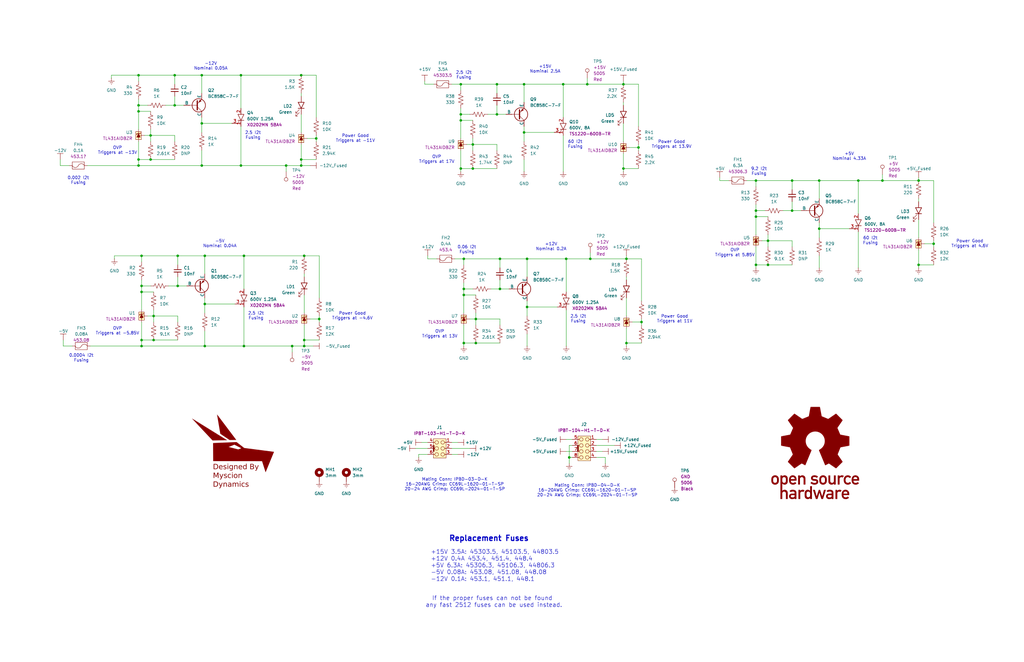
<source format=kicad_sch>
(kicad_sch (version 20250114) (generator "eeschema") (generator_version "9.0")
  (paper "B")
  (lib_symbols
    (symbol "DB:Ceramic_0603_X7R_50V/CAP CER 10000PF 50V X7R 0603" (pin_numbers (hide yes)) (pin_names (offset 0.254) (hide yes))
      (property "Reference" "C" (at 0.254 1.778 0))
      (property "Value" "10nF" (at 0.254 -2.032 0))
      (symbol "Ceramic_0603_X7R_50V/CAP CER 10000PF 50V X7R 0603_1_1"
        (pin passive line (at 0 2.54 270) (length 2.032) (name "~") (number "1"))
        (pin passive line (at 0 -2.54 90) (length 2.032) (name "~") (number "2"))
      )
    )
    (symbol "DB:Connector_Samtec/SAM9554-ND" (pin_names (offset 1.016) (hide yes))
      (property "Reference" "J" (at -0.254 8.382 0))
      (property "MPN" "IPBT-103-H1-T-D-K" (at 0 0 0))
      (symbol "Connector_Samtec/SAM9554-ND_1_1"
        (pin passive line (at -5.08 2.54 0) (length 3) (name "Pin_4") (number "4"))
        (pin passive line (at -5.08 0 0) (length 3) (name "Pin_5") (number "5"))
        (pin passive line (at -5.08 -2.54 0) (length 3) (name "Pin_6") (number "6"))
        (pin passive line (at 5.08 2.54 180) (length 3) (name "Pin_1") (number "1"))
        (pin passive line (at 5.08 0 180) (length 3) (name "Pin_2") (number "2"))
        (pin passive line (at 5.08 -2.54 180) (length 3) (name "Pin_3") (number "3"))
      )
    )
    (symbol "DB:Connector_Samtec/SAM9558-ND" (pin_names (offset 1.016) (hide yes))
      (property "Reference" "J" (at -2.54 6.858 0))
      (property "MPN" "IPBT-104-H1-T-D-K" (at 0 0 0))
      (symbol "Connector_Samtec/SAM9558-ND_1_1"
        (pin passive line (at -5.08 3.81 0) (length 3) (name "Pin_5") (number "5"))
        (pin passive line (at -5.08 1.27 0) (length 3) (name "Pin_6") (number "6"))
        (pin passive line (at -5.08 -1.27 0) (length 3) (name "Pin_7") (number "7"))
        (pin passive line (at -5.08 -3.81 0) (length 3) (name "Pin_8") (number "8"))
        (pin passive line (at 5.08 3.81 180) (length 3) (name "Pin_1") (number "1"))
        (pin passive line (at 5.08 1.27 180) (length 3) (name "Pin_2") (number "2"))
        (pin passive line (at 5.08 -1.27 180) (length 3) (name "Pin_3") (number "3"))
        (pin passive line (at 5.08 -3.81 180) (length 3) (name "Pin_4") (number "4"))
      )
    )
    (symbol "DB:Fuse_in_Holder/0.08A Fast" (pin_numbers (hide yes)) (pin_names (offset 0))
      (property "Reference" "FH" (at 2.54 0 90))
      (property "Value" "0.08A" (at -2.54 0 90))
      (property "Replacement PN" "453.08" (at 4.318 0 90))
      (symbol "Fuse_in_Holder/0.08A Fast_1_1"
        (pin passive line (at 0 3.81 270) (length 1.27) (name "~") (number "1"))
        (pin passive line (at 0 -3.81 90) (length 1.27) (name "~") (number "2"))
      )
    )
    (symbol "DB:Fuse_in_Holder/0.1A Fast" (pin_numbers (hide yes)) (pin_names (offset 0))
      (property "Reference" "FH" (at 2.54 0 90))
      (property "Value" "0.1A" (at -2.54 0 90))
      (property "Replacement PN" "453.1\r" (at 4.318 0 90))
      (symbol "Fuse_in_Holder/0.1A Fast_1_1"
        (pin passive line (at 0 3.81 270) (length 1.27) (name "~") (number "1"))
        (pin passive line (at 0 -3.81 90) (length 1.27) (name "~") (number "2"))
      )
    )
    (symbol "DB:Fuse_in_Holder/0.4A Fast" (pin_numbers (hide yes)) (pin_names (offset 0))
      (property "Reference" "FH" (at 2.54 0 90))
      (property "Value" "0.4A" (at -2.54 0 90))
      (property "Replacement PN" "453.4" (at 4.318 0 90))
      (symbol "Fuse_in_Holder/0.4A Fast_1_1"
        (pin passive line (at 0 3.81 270) (length 1.27) (name "~") (number "1"))
        (pin passive line (at 0 -3.81 90) (length 1.27) (name "~") (number "2"))
      )
    )
    (symbol "DB:Fuse_in_Holder/3.5A Fast" (pin_numbers (hide yes)) (pin_names (offset 0))
      (property "Reference" "FH" (at 2.54 0 90))
      (property "Value" "3.5A" (at -2.54 0 90))
      (property "Replacement PN" "45303.5" (at 4.318 0 90))
      (symbol "Fuse_in_Holder/3.5A Fast_1_1"
        (pin passive line (at 0 3.81 270) (length 1.27) (name "~") (number "1"))
        (pin passive line (at 0 -3.81 90) (length 1.27) (name "~") (number "2"))
      )
    )
    (symbol "DB:Fuse_in_Holder/6.3A Fast" (pin_numbers (hide yes)) (pin_names (offset 0))
      (property "Reference" "FH" (at 2.54 0 90))
      (property "Value" "6.3A" (at -2.54 0 90))
      (property "Replacement PN" "45306.3" (at 4.318 0 90))
      (symbol "Fuse_in_Holder/6.3A Fast_1_1"
        (pin passive line (at 0 3.81 270) (length 1.27) (name "~") (number "1"))
        (pin passive line (at 0 -3.81 90) (length 1.27) (name "~") (number "2"))
      )
    )
    (symbol "DB:LED_SMD_0603/LED GREEN DIFFUSED 0603 SMD" (pin_numbers (hide yes)) (pin_names (offset 1.016) (hide yes))
      (property "Reference" "LD" (at 0 2.54 0))
      (property "Value" "Green" (at 0 -2.54 0))
      (symbol "LED_SMD_0603/LED GREEN DIFFUSED 0603 SMD_1_1"
        (pin passive line (at -3.81 0 0) (length 2.54) (name "K") (number "1"))
        (pin passive line (at 3.81 0 180) (length 2.54) (name "A") (number "2"))
      )
    )
    (symbol "DB:Logos/Myscion Dynamics Yinglet Logo" (in_bom no)
      (symbol "Logos/Myscion Dynamics Yinglet Logo_1_1"
        (text "Designed By\nMyscion\nDynamics" (at -11.176 -4.572 0) (effects (font (size 2.2 2.2) (italic yes)) (justify left)))
      )
    )
    (symbol "DB:Logos/OSHW Logo" (in_bom no))
    (symbol "DB:Mounting_Holes/3mm-plated-hole" (pin_numbers (hide yes)) (pin_names (offset 1.016) (hide yes))
      (property "Reference" "MH" (at 0 6.35 0))
      (property "Value" "3mm" (at 0 4.445 0))
      (symbol "Mounting_Holes/3mm-plated-hole_1_1"
        (pin input line (at 0 -2.54 90) (length 2.54) (name "1") (number "1"))
      )
    )
    (symbol "DB:Power_Symbols/GND" (power) (pin_numbers (hide yes)) (pin_names (offset 0) (hide yes))
      (property "Value" "GND" (at 0 -3.556 0))
      (symbol "Power_Symbols/GND_1_1"
        (pin power_in line (at 0 0 270) (length 0) (name "~") (number "1"))
      )
    )
    (symbol "DB:Power_Symbols/Power_Bar" (power) (pin_names (offset 0))
      (property "Value" "5V" (at 0 3.302 0))
      (symbol "Power_Symbols/Power_Bar_1_1"
        (pin power_in line (at 0 0 90) (length 0) (hide yes) (name "-80V") (number "1"))
      )
    )
    (symbol "DB:Reference_Voltage_Source/296-17329-1-ND" (pin_numbers (hide yes)) (pin_names (hide yes))
      (property "Reference" "U" (at -2.54 2.54 0))
      (property "MPN" "TL431AIDBZR" (at 0 0 0))
      (property "Max Current" "100mA" (at 0 0 0))
      (symbol "Reference_Voltage_Source/296-17329-1-ND_1_1"
        (pin passive line (at -2.54 0 0) (length 2.54) (name "A") (number "3"))
        (pin passive line (at 0 2.54 270) (length 2.54) (name "REF") (number "2"))
        (pin passive line (at 2.54 0 180) (length 2.54) (name "K") (number "1"))
      )
    )
    (symbol "DB:Resistor_SMD_0603/RES 1.5K OHM 1% 1/10W SMD" (pin_numbers (hide yes)) (pin_names (offset 0))
      (property "Reference" "R" (at 2.54 0 90))
      (property "Value" "1.5K" (at -2.54 0 90))
      (symbol "Resistor_SMD_0603/RES 1.5K OHM 1% 1/10W SMD_1_1"
        (pin passive line (at 0 3.81 270) (length 1.27) (name "~") (number "1"))
        (pin passive line (at 0 -3.81 90) (length 1.27) (name "~") (number "2"))
      )
    )
    (symbol "DB:Resistor_SMD_0603/RES 1.74K OHM 1% 1/10W SMD" (pin_numbers (hide yes)) (pin_names (offset 0))
      (property "Reference" "R" (at 2.54 0 90))
      (property "Value" "1.74K" (at -2.54 0 90))
      (symbol "Resistor_SMD_0603/RES 1.74K OHM 1% 1/10W SMD_1_1"
        (pin passive line (at 0 3.81 270) (length 1.27) (name "~") (number "1"))
        (pin passive line (at 0 -3.81 90) (length 1.27) (name "~") (number "2"))
      )
    )
    (symbol "DB:Resistor_SMD_0603/RES 10K OHM 1% 1/10W SMD" (pin_numbers (hide yes)) (pin_names (offset 0))
      (property "Reference" "R" (at 2.54 0 90))
      (property "Value" "10K" (at -2.54 0 90))
      (symbol "Resistor_SMD_0603/RES 10K OHM 1% 1/10W SMD_1_1"
        (pin passive line (at 0 3.81 270) (length 1.27) (name "~") (number "1"))
        (pin passive line (at 0 -3.81 90) (length 1.27) (name "~") (number "2"))
      )
    )
    (symbol "DB:Resistor_SMD_0603/RES 12K OHM 1% 1/10W SMD" (pin_numbers (hide yes)) (pin_names (offset 0))
      (property "Reference" "R" (at 2.54 0 90))
      (property "Value" "12K" (at -2.54 0 90))
      (symbol "Resistor_SMD_0603/RES 12K OHM 1% 1/10W SMD_1_1"
        (pin passive line (at 0 3.81 270) (length 1.27) (name "~") (number "1"))
        (pin passive line (at 0 -3.81 90) (length 1.27) (name "~") (number "2"))
      )
    )
    (symbol "DB:Resistor_SMD_0603/RES 1K OHM 1% 1/10W SMD" (pin_numbers (hide yes)) (pin_names (offset 0))
      (property "Reference" "R" (at 2.54 0 90))
      (property "Value" "1K" (at -2.54 0 90))
      (symbol "Resistor_SMD_0603/RES 1K OHM 1% 1/10W SMD_1_1"
        (pin passive line (at 0 3.81 270) (length 1.27) (name "~") (number "1"))
        (pin passive line (at 0 -3.81 90) (length 1.27) (name "~") (number "2"))
      )
    )
    (symbol "DB:Resistor_SMD_0603/RES 2.2K OHM 1% 1/10W SMD" (pin_numbers (hide yes)) (pin_names (offset 0))
      (property "Reference" "R" (at 2.54 0 90))
      (property "Value" "2.2K" (at -2.54 0 90))
      (symbol "Resistor_SMD_0603/RES 2.2K OHM 1% 1/10W SMD_1_1"
        (pin passive line (at 0 3.81 270) (length 1.27) (name "~") (number "1"))
        (pin passive line (at 0 -3.81 90) (length 1.27) (name "~") (number "2"))
      )
    )
    (symbol "DB:Resistor_SMD_0603/RES 2.61K OHM 1% 1/10W SMD" (pin_numbers (hide yes)) (pin_names (offset 0))
      (property "Reference" "R" (at 2.54 0 90))
      (property "Value" "2.61K" (at -2.54 0 90))
      (symbol "Resistor_SMD_0603/RES 2.61K OHM 1% 1/10W SMD_1_1"
        (pin passive line (at 0 3.81 270) (length 1.27) (name "~") (number "1"))
        (pin passive line (at 0 -3.81 90) (length 1.27) (name "~") (number "2"))
      )
    )
    (symbol "DB:Resistor_SMD_0603/RES 2.94K OHM 1% 1/10W SMD" (pin_numbers (hide yes)) (pin_names (offset 0))
      (property "Reference" "R" (at 2.54 0 90))
      (property "Value" "2.94K" (at -2.54 0 90))
      (symbol "Resistor_SMD_0603/RES 2.94K OHM 1% 1/10W SMD_1_1"
        (pin passive line (at 0 3.81 270) (length 1.27) (name "~") (number "1"))
        (pin passive line (at 0 -3.81 90) (length 1.27) (name "~") (number "2"))
      )
    )
    (symbol "DB:Resistor_SMD_0603/RES 220 OHM 1% 1/10W SMD" (pin_numbers (hide yes)) (pin_names (offset 0))
      (property "Reference" "R" (at 2.54 0 90))
      (property "Value" "220" (at -2.54 0 90))
      (symbol "Resistor_SMD_0603/RES 220 OHM 1% 1/10W SMD_1_1"
        (pin passive line (at 0 3.81 270) (length 1.27) (name "~") (number "1"))
        (pin passive line (at 0 -3.81 90) (length 1.27) (name "~") (number "2"))
      )
    )
    (symbol "DB:Resistor_SMD_0603/RES 330 OHM 1% 1/10W SMD" (pin_numbers (hide yes)) (pin_names (offset 0))
      (property "Reference" "R" (at 2.54 0 90))
      (property "Value" "330" (at -2.54 0 90))
      (symbol "Resistor_SMD_0603/RES 330 OHM 1% 1/10W SMD_1_1"
        (pin passive line (at 0 3.81 270) (length 1.27) (name "~") (number "1"))
        (pin passive line (at 0 -3.81 90) (length 1.27) (name "~") (number "2"))
      )
    )
    (symbol "DB:Resistor_SMD_0603/RES 9.1K OHM 1% 1/10W SMD" (pin_numbers (hide yes)) (pin_names (offset 0))
      (property "Reference" "R" (at 2.54 0 90))
      (property "Value" "9.1K" (at -2.54 0 90))
      (symbol "Resistor_SMD_0603/RES 9.1K OHM 1% 1/10W SMD_1_1"
        (pin passive line (at 0 3.81 270) (length 1.27) (name "~") (number "1"))
        (pin passive line (at 0 -3.81 90) (length 1.27) (name "~") (number "2"))
      )
    )
    (symbol "DB:Resistor_SMD_0603/RES DNP 1/10W SMD" (pin_numbers (hide yes)) (pin_names (offset 0))
      (property "Reference" "R" (at 2.54 0 90))
      (property "Value" "DNP-0603" (at -2.54 0 90))
      (symbol "Resistor_SMD_0603/RES DNP 1/10W SMD_1_1"
        (pin passive line (at 0 3.81 270) (length 1.27) (name "~") (number "1"))
        (pin passive line (at 0 -3.81 90) (length 1.27) (name "~") (number "2"))
      )
    )
    (symbol "DB:SCR/SCR 600 V 1.25 A Sensitive Gate Surface Mount SOT-223" (pin_names (offset 0) (hide yes))
      (property "Reference" "Q" (at 1.905 0.635 0))
      (property "Value" "600V 1.25A" (at 1.905 -1.27 0))
      (property "MPN" "X0202MN 5BA4" (at 0 0 0))
      (symbol "SCR/SCR 600 V 1.25 A Sensitive Gate Surface Mount SOT-223_1_1"
        (pin input line (at -3.81 -2.54 0) (length 2.54) (name "G") (number "3"))
        (pin passive line (at 0 3.81 270) (length 2.54) (name "A") (number "2"))
        (pin passive line (at 0 -3.81 90) (length 2.54) (name "K") (number "1"))
      )
    )
    (symbol "DB:SCR/SCR 600V 8A DPAK" (pin_names (offset 0) (hide yes))
      (property "Reference" "Q" (at 1.905 0.635 0))
      (property "Value" "600V, 8A" (at 1.905 -1.27 0))
      (property "MPN" "TS1220-600B-TR" (at 0 0 0))
      (symbol "SCR/SCR 600V 8A DPAK_1_1"
        (pin input line (at -3.81 -2.54 0) (length 2.54) (name "G") (number "3"))
        (pin passive line (at 0 3.81 270) (length 2.54) (name "A") (number "2"))
        (pin passive line (at 0 -3.81 90) (length 2.54) (name "K") (number "1"))
      )
    )
    (symbol "DB:Test_Points_TH/Black_Compact_1.6mmH" (pin_numbers (hide yes)) (pin_names (offset 0.762) (hide yes))
      (property "Reference" "TP" (at 0 7.112 0))
      (property "Silk" "NameHere" (at 0 5.334 0))
      (property "MPN" "5006" (at 0 0 0))
      (property "Color" "Black" (at 0 0 0))
      (symbol "Test_Points_TH/Black_Compact_1.6mmH_1_1"
        (pin passive line (at 0 0 90) (length 2.54) (name "1") (number "1"))
      )
    )
    (symbol "DB:Test_Points_TH/Red_Compact_1.6mmH" (pin_numbers (hide yes)) (pin_names (offset 0.762) (hide yes))
      (property "Reference" "TP" (at 0 7.112 0))
      (property "Silk" "NameHere" (at 0 5.334 0))
      (property "MPN" "5005" (at 0 0 0))
      (property "Color" "Red" (at 0 0 0))
      (symbol "Test_Points_TH/Red_Compact_1.6mmH_1_1"
        (pin passive line (at 0 0 90) (length 2.54) (name "1") (number "1"))
      )
    )
    (symbol "DB:Transistor_SMD_PNP/TRANS PNP 30V 0.1A SOT-23-3" (pin_numbers (hide yes)) (pin_names (offset 0))
      (property "Reference" "Q" (at -2.54 7.62 0))
      (property "Value" "BC858C-7-F" (at -2.54 5.08 0))
      (symbol "Transistor_SMD_PNP/TRANS PNP 30V 0.1A SOT-23-3_1_1"
        (pin input line (at -5.08 0 0) (length 2.54) (name "B") (number "B"))
        (pin open_collector line (at 2.54 5.08 270) (length 2.54) (name "C") (number "C"))
        (pin open_emitter line (at 2.54 -5.08 90) (length 2.54) (name "E") (number "E"))
      )
    )
  )
  (text "Power Good\nTriggers at -4.6V" (at 148.59 133.35 0) (effects (font (size 1.27 1.27))))
  (text "Power Good\nTriggers at 4.6V" (at 408.94 102.87 0) (effects (font (size 1.27 1.27))))
  (text "-12V\nNominal 0.05A" (at 88.9 27.94 0) (effects (font (size 1.27 1.27))))
  (text "2.5 I2t\nFusing" (at 243.84 134.62 0) (effects (font (size 1.27 1.27))))
  (text "If the proper fuses can not be found \nany fast 2512 fuses can be used instead." (at 208.28 254 0) (effects (font (size 1.778 1.778))))
  (text "OVP\nTriggers at 13V" (at 185.42 140.97 0) (effects (font (size 1.27 1.27))))
  (text "2.5 I2t\nFusing" (at 106.68 57.15 0) (effects (font (size 1.27 1.27))))
  (text "Power Good\nTriggers at 11V" (at 284.48 134.62 0) (effects (font (size 1.27 1.27))))
  (text "OVP\nTriggers at -13V" (at 49.53 63.5 0) (effects (font (size 1.27 1.27))))
  (text "+12V\nNominal 0.2A" (at 232.41 104.14 0) (effects (font (size 1.27 1.27))))
  (text "2.5 I2t\nFusing" (at 195.58 31.75 0) (effects (font (size 1.27 1.27))))
  (text "Replacement Fuses" (at 189.23 227.33 0) (effects (font (size 2.286 2.286) (thickness 0.4572) (bold yes)) (justify left)))
  (text "0.06 I2t\nFusing" (at 196.85 105.41 0) (effects (font (size 1.27 1.27))))
  (text "OVP\nTriggers at 5.85V" (at 309.88 106.68 0) (effects (font (size 1.27 1.27))))
  (text "0.002 I2t\nFusing" (at 33.02 76.2 0) (effects (font (size 1.27 1.27))))
  (text "+5V\nNominal 4.33A" (at 358.14 66.04 0) (effects (font (size 1.27 1.27))))
  (text "Power Good\nTriggers at 13.9V" (at 283.21 60.96 0) (effects (font (size 1.27 1.27))))
  (text "+15V\nNominal 2.5A" (at 229.87 29.21 0) (effects (font (size 1.27 1.27))))
  (text "Power Good\nTriggers at -11V" (at 149.86 58.42 0) (effects (font (size 1.27 1.27))))
  (text "OVP\nTriggers at 17V" (at 184.15 67.31 0) (effects (font (size 1.27 1.27))))
  (text "60 I2t\nFusing" (at 242.57 60.96 0) (effects (font (size 1.27 1.27))))
  (text "Mating Conn: IPBD-04-D-K\n16-20AWG Crimp: CC69L-1620-01-T-SP\n20-24 AWG Crimp: CC69L-2024-01-T-SP" (at 247.65 207.01 0) (effects (font (size 1.27 1.27))))
  (text "OVP\nTriggers at -5.85V" (at 49.53 139.7 0) (effects (font (size 1.27 1.27))))
  (text "-5V\nNominal 0.04A" (at 92.71 102.87 0) (effects (font (size 1.27 1.27))))
  (text "0.0004 I2t\nFusing" (at 34.29 151.13 0) (effects (font (size 1.27 1.27))))
  (text "2.5 I2t\nFusing" (at 107.95 133.35 0) (effects (font (size 1.27 1.27))))
  (text "9.2 I2t\nFusing" (at 320.04 72.39 0) (effects (font (size 1.27 1.27))))
  (text "+15V 3.5A: 45303.5, 45103.5, 44803.5 \n+12V 0.4A 453.4, 451.4, 448.4\n+5V 6.3A: 45306.3, 45106.3, 44806.3\n-5V 0.08A: 453.08, 451.08, 448.08\n-12V 0.1A: 453.1, 451.1, 448.1\n" (at 181.61 238.76 0) (effects (font (size 1.778 1.778)) (justify left)))
  (text "Mating Conn: IPBD-03-D-K\n16-20AWG Crimp: CC69L-1620-01-T-SP\n20-24 AWG Crimp: CC69L-2024-01-T-SP" (at 191.77 204.47 0) (effects (font (size 1.27 1.27))))
  (text "60 I2t\nFusing" (at 367.03 101.6 0) (effects (font (size 1.27 1.27))))
  (junction (at 58.42 67.31))
  (junction (at 262.89 35.56))
  (junction (at 134.62 134.62))
  (junction (at 85.09 31.75))
  (junction (at 73.66 44.45))
  (junction (at 247.65 35.56))
  (junction (at 318.77 111.76))
  (junction (at 269.24 62.23))
  (junction (at 387.35 76.2))
  (junction (at 361.95 76.2))
  (junction (at 210.82 121.92))
  (junction (at 195.58 144.78))
  (junction (at 318.77 76.2))
  (junction (at 64.77 133.35))
  (junction (at 345.44 96.52))
  (junction (at 133.35 58.42))
  (junction (at 238.76 109.22))
  (junction (at 209.55 48.26))
  (junction (at 128.27 143.51))
  (junction (at 195.58 109.22))
  (junction (at 101.6 31.75))
  (junction (at 195.58 124.46))
  (junction (at 59.69 143.51))
  (junction (at 270.51 135.89))
  (junction (at 59.69 107.95))
  (junction (at 372.11 76.2))
  (junction (at 58.42 46.99))
  (junction (at 194.31 48.26))
  (junction (at 127 69.85))
  (junction (at 237.49 35.56))
  (junction (at 59.69 123.19))
  (junction (at 86.36 128.27))
  (junction (at 59.69 146.05))
  (junction (at 264.16 109.22))
  (junction (at 199.39 71.12))
  (junction (at 323.85 111.76))
  (junction (at 127 31.75))
  (junction (at 58.42 44.45))
  (junction (at 128.27 146.05))
  (junction (at 195.58 121.92))
  (junction (at 194.31 71.12))
  (junction (at 240.03 193.04))
  (junction (at 102.87 146.05))
  (junction (at 248.92 109.22))
  (junction (at 85.09 69.85))
  (junction (at 194.31 35.56))
  (junction (at 222.25 129.54))
  (junction (at 58.42 69.85))
  (junction (at 345.44 76.2))
  (junction (at 85.09 52.07))
  (junction (at 318.77 91.44))
  (junction (at 127 67.31))
  (junction (at 210.82 109.22))
  (junction (at 334.01 88.9))
  (junction (at 59.69 120.65))
  (junction (at 64.77 143.51))
  (junction (at 334.01 76.2))
  (junction (at 123.19 146.05))
  (junction (at 323.85 101.6))
  (junction (at 318.77 88.9))
  (junction (at 120.65 69.85))
  (junction (at 200.66 144.78))
  (junction (at 220.98 35.56))
  (junction (at 222.25 109.22))
  (junction (at 101.6 69.85))
  (junction (at 194.31 50.8))
  (junction (at 393.7 102.87))
  (junction (at 73.66 31.75))
  (junction (at 74.93 120.65))
  (junction (at 63.5 57.15))
  (junction (at 58.42 31.75))
  (junction (at 128.27 107.95))
  (junction (at 200.66 134.62))
  (junction (at 86.36 107.95))
  (junction (at 220.98 55.88))
  (junction (at 63.5 67.31))
  (junction (at 74.93 107.95))
  (junction (at 102.87 107.95))
  (junction (at 199.39 60.96))
  (junction (at 387.35 111.76))
  (junction (at 209.55 35.56))
  (junction (at 86.36 146.05))
  (junction (at 264.16 144.78))
  (junction (at 262.89 71.12))
  (wire (pts (xy 102.87 146.05) (xy 86.36 146.05)))
  (wire (pts (xy 199.39 58.42) (xy 199.39 60.96)))
  (wire (pts (xy 74.93 116.84) (xy 74.93 120.65)))
  (wire (pts (xy 195.58 121.92) (xy 195.58 124.46)))
  (wire (pts (xy 318.77 91.44) (xy 323.85 91.44)))
  (wire (pts (xy 334.01 76.2) (xy 334.01 80.01)))
  (wire (pts (xy 393.7 111.76) (xy 387.35 111.76)))
  (wire (pts (xy 238.76 185.42) (xy 241.3 185.42)))
  (wire (pts (xy 209.55 60.96) (xy 199.39 60.96)))
  (wire (pts (xy 266.7 135.89) (xy 270.51 135.89)))
  (wire (pts (xy 46.99 31.75) (xy 58.42 31.75)))
  (wire (pts (xy 85.09 39.37) (xy 85.09 31.75)))
  (wire (pts (xy 262.89 35.56) (xy 247.65 35.56)))
  (wire (pts (xy 220.98 53.34) (xy 220.98 55.88)))
  (wire (pts (xy 205.74 48.26) (xy 209.55 48.26)))
  (wire (pts (xy 270.51 135.89) (xy 270.51 137.16)))
  (wire (pts (xy 63.5 67.31) (xy 73.66 67.31)))
  (wire (pts (xy 58.42 31.75) (xy 58.42 34.29)))
  (wire (pts (xy 134.62 125.73) (xy 134.62 107.95)))
  (wire (pts (xy 127 60.96) (xy 127 67.31)))
  (wire (pts (xy 334.01 104.14) (xy 334.01 101.6)))
  (wire (pts (xy 318.77 88.9) (xy 318.77 86.36)))
  (wire (pts (xy 334.01 76.2) (xy 318.77 76.2)))
  (wire (pts (xy 314.96 76.2) (xy 318.77 76.2)))
  (wire (pts (xy 120.65 69.85) (xy 120.65 72.39)))
  (wire (pts (xy 58.42 44.45) (xy 58.42 41.91)))
  (wire (pts (xy 73.66 44.45) (xy 77.47 44.45)))
  (wire (pts (xy 177.8 186.69) (xy 180.34 186.69)))
  (wire (pts (xy 127 67.31) (xy 127 69.85)))
  (wire (pts (xy 345.44 76.2) (xy 334.01 76.2)))
  (wire (pts (xy 128.27 124.46) (xy 128.27 132.08)))
  (wire (pts (xy 237.49 57.15) (xy 237.49 72.39)))
  (wire (pts (xy 237.49 35.56) (xy 237.49 49.53)))
  (wire (pts (xy 220.98 43.18) (xy 220.98 35.56)))
  (wire (pts (xy 318.77 111.76) (xy 318.77 104.14)))
  (wire (pts (xy 210.82 137.16) (xy 210.82 134.62)))
  (wire (pts (xy 393.7 101.6) (xy 393.7 102.87)))
  (wire (pts (xy 85.09 52.07) (xy 85.09 55.88)))
  (wire (pts (xy 59.69 120.65) (xy 59.69 118.11)))
  (wire (pts (xy 73.66 59.69) (xy 73.66 57.15)))
  (wire (pts (xy 240.03 193.04) (xy 241.3 193.04)))
  (wire (pts (xy 200.66 144.78) (xy 210.82 144.78)))
  (wire (pts (xy 127 31.75) (xy 101.6 31.75)))
  (wire (pts (xy 134.62 133.35) (xy 134.62 134.62)))
  (wire (pts (xy 387.35 92.71) (xy 387.35 100.33)))
  (wire (pts (xy 123.19 146.05) (xy 128.27 146.05)))
  (wire (pts (xy 194.31 50.8) (xy 194.31 58.42)))
  (wire (pts (xy 127 48.26) (xy 127 55.88)))
  (wire (pts (xy 85.09 69.85) (xy 58.42 69.85)))
  (wire (pts (xy 194.31 48.26) (xy 194.31 45.72)))
  (wire (pts (xy 36.83 69.85) (xy 58.42 69.85)))
  (wire (pts (xy 128.27 115.57) (xy 128.27 116.84)))
  (wire (pts (xy 58.42 46.99) (xy 58.42 54.61)))
  (wire (pts (xy 238.76 109.22) (xy 222.25 109.22)))
  (wire (pts (xy 269.24 53.34) (xy 269.24 35.56)))
  (wire (pts (xy 86.36 128.27) (xy 86.36 132.08)))
  (wire (pts (xy 86.36 115.57) (xy 86.36 107.95)))
  (wire (pts (xy 101.6 53.34) (xy 101.6 69.85)))
  (wire (pts (xy 238.76 190.5) (xy 241.3 190.5)))
  (wire (pts (xy 264.16 116.84) (xy 264.16 118.11)))
  (wire (pts (xy 238.76 130.81) (xy 238.76 146.05)))
  (wire (pts (xy 222.25 140.97) (xy 222.25 146.05)))
  (wire (pts (xy 38.1 146.05) (xy 59.69 146.05)))
  (wire (pts (xy 209.55 35.56) (xy 194.31 35.56)))
  (wire (pts (xy 191.77 109.22) (xy 195.58 109.22)))
  (wire (pts (xy 251.46 190.5) (xy 254 190.5)))
  (wire (pts (xy 101.6 31.75) (xy 85.09 31.75)))
  (wire (pts (xy 86.36 107.95) (xy 74.93 107.95)))
  (wire (pts (xy 63.5 54.61) (xy 63.5 57.15)))
  (wire (pts (xy 86.36 125.73) (xy 86.36 128.27)))
  (wire (pts (xy 262.89 52.07) (xy 262.89 59.69)))
  (wire (pts (xy 190.5 35.56) (xy 194.31 35.56)))
  (wire (pts (xy 264.16 125.73) (xy 264.16 133.35)))
  (wire (pts (xy 318.77 88.9) (xy 318.77 91.44)))
  (wire (pts (xy 58.42 67.31) (xy 58.42 59.69)))
  (wire (pts (xy 247.65 35.56) (xy 237.49 35.56)))
  (wire (pts (xy 269.24 35.56) (xy 262.89 35.56)))
  (wire (pts (xy 97.79 52.07) (xy 85.09 52.07)))
  (wire (pts (xy 190.5 186.69) (xy 193.04 186.69)))
  (wire (pts (xy 240.03 193.04) (xy 240.03 187.96)))
  (wire (pts (xy 345.44 93.98) (xy 345.44 96.52)))
  (wire (pts (xy 270.51 134.62) (xy 270.51 135.89)))
  (wire (pts (xy 269.24 71.12) (xy 262.89 71.12)))
  (wire (pts (xy 323.85 111.76) (xy 334.01 111.76)))
  (wire (pts (xy 127 69.85) (xy 120.65 69.85)))
  (wire (pts (xy 240.03 195.58) (xy 240.03 193.04)))
  (wire (pts (xy 270.51 127) (xy 270.51 109.22)))
  (wire (pts (xy 387.35 74.93) (xy 387.35 76.2)))
  (wire (pts (xy 209.55 35.56) (xy 209.55 39.37)))
  (wire (pts (xy 128.27 107.95) (xy 102.87 107.95)))
  (wire (pts (xy 265.43 62.23) (xy 269.24 62.23)))
  (wire (pts (xy 195.58 144.78) (xy 195.58 146.05)))
  (wire (pts (xy 29.21 69.85) (xy 25.4 69.85)))
  (wire (pts (xy 270.51 144.78) (xy 264.16 144.78)))
  (wire (pts (xy 264.16 107.95) (xy 264.16 109.22)))
  (wire (pts (xy 210.82 121.92) (xy 214.63 121.92)))
  (wire (pts (xy 262.89 34.29) (xy 262.89 35.56)))
  (wire (pts (xy 303.53 76.2) (xy 307.34 76.2)))
  (wire (pts (xy 99.06 128.27) (xy 86.36 128.27)))
  (wire (pts (xy 222.25 129.54) (xy 222.25 133.35)))
  (wire (pts (xy 387.35 111.76) (xy 387.35 113.03)))
  (wire (pts (xy 222.25 109.22) (xy 210.82 109.22)))
  (wire (pts (xy 318.77 111.76) (xy 318.77 113.03)))
  (wire (pts (xy 102.87 107.95) (xy 102.87 121.92)))
  (wire (pts (xy 134.62 143.51) (xy 128.27 143.51)))
  (wire (pts (xy 25.4 69.85) (xy 25.4 67.31)))
  (wire (pts (xy 361.95 76.2) (xy 361.95 90.17)))
  (wire (pts (xy 46.99 33.02) (xy 46.99 31.75)))
  (wire (pts (xy 85.09 63.5) (xy 85.09 69.85)))
  (wire (pts (xy 48.26 107.95) (xy 59.69 107.95)))
  (wire (pts (xy 255.27 193.04) (xy 251.46 193.04)))
  (wire (pts (xy 130.81 134.62) (xy 134.62 134.62)))
  (wire (pts (xy 176.53 193.04) (xy 176.53 191.77)))
  (wire (pts (xy 73.66 57.15) (xy 63.5 57.15)))
  (wire (pts (xy 234.95 129.54) (xy 222.25 129.54)))
  (wire (pts (xy 361.95 76.2) (xy 345.44 76.2)))
  (wire (pts (xy 58.42 46.99) (xy 63.5 46.99)))
  (wire (pts (xy 387.35 105.41) (xy 387.35 111.76)))
  (wire (pts (xy 59.69 143.51) (xy 59.69 135.89)))
  (wire (pts (xy 330.2 88.9) (xy 334.01 88.9)))
  (wire (pts (xy 74.93 107.95) (xy 74.93 111.76)))
  (wire (pts (xy 133.35 58.42) (xy 133.35 59.69)))
  (wire (pts (xy 196.85 60.96) (xy 199.39 60.96)))
  (wire (pts (xy 58.42 44.45) (xy 58.42 46.99)))
  (wire (pts (xy 194.31 71.12) (xy 194.31 72.39)))
  (wire (pts (xy 86.36 146.05) (xy 59.69 146.05)))
  (wire (pts (xy 101.6 69.85) (xy 120.65 69.85)))
  (wire (pts (xy 59.69 123.19) (xy 64.77 123.19)))
  (wire (pts (xy 102.87 107.95) (xy 86.36 107.95)))
  (wire (pts (xy 251.46 187.96) (xy 259.08 187.96)))
  (wire (pts (xy 237.49 35.56) (xy 220.98 35.56)))
  (wire (pts (xy 194.31 71.12) (xy 199.39 71.12)))
  (wire (pts (xy 195.58 144.78) (xy 200.66 144.78)))
  (wire (pts (xy 26.67 146.05) (xy 26.67 143.51)))
  (wire (pts (xy 190.5 189.23) (xy 198.12 189.23)))
  (wire (pts (xy 133.35 49.53) (xy 133.35 31.75)))
  (wire (pts (xy 64.77 133.35) (xy 64.77 135.89)))
  (wire (pts (xy 30.48 146.05) (xy 26.67 146.05)))
  (wire (pts (xy 200.66 134.62) (xy 200.66 137.16)))
  (wire (pts (xy 69.85 44.45) (xy 73.66 44.45)))
  (wire (pts (xy 194.31 71.12) (xy 194.31 63.5)))
  (wire (pts (xy 238.76 109.22) (xy 238.76 123.19)))
  (wire (pts (xy 123.19 146.05) (xy 123.19 148.59)))
  (wire (pts (xy 358.14 96.52) (xy 345.44 96.52)))
  (wire (pts (xy 102.87 146.05) (xy 123.19 146.05)))
  (wire (pts (xy 262.89 64.77) (xy 262.89 71.12)))
  (wire (pts (xy 270.51 109.22) (xy 264.16 109.22)))
  (wire (pts (xy 209.55 44.45) (xy 209.55 48.26)))
  (wire (pts (xy 62.23 44.45) (xy 58.42 44.45)))
  (wire (pts (xy 59.69 143.51) (xy 64.77 143.51)))
  (wire (pts (xy 127 69.85) (xy 130.81 69.85)))
  (wire (pts (xy 322.58 88.9) (xy 318.77 88.9)))
  (wire (pts (xy 262.89 71.12) (xy 262.89 72.39)))
  (wire (pts (xy 73.66 40.64) (xy 73.66 44.45)))
  (wire (pts (xy 48.26 109.22) (xy 48.26 107.95)))
  (wire (pts (xy 175.26 189.23) (xy 180.34 189.23)))
  (wire (pts (xy 71.12 120.65) (xy 74.93 120.65)))
  (wire (pts (xy 222.25 116.84) (xy 222.25 109.22)))
  (wire (pts (xy 195.58 124.46) (xy 200.66 124.46)))
  (wire (pts (xy 85.09 31.75) (xy 73.66 31.75)))
  (wire (pts (xy 63.5 57.15) (xy 63.5 59.69)))
  (wire (pts (xy 194.31 50.8) (xy 199.39 50.8)))
  (wire (pts (xy 318.77 91.44) (xy 318.77 99.06)))
  (wire (pts (xy 195.58 121.92) (xy 195.58 119.38)))
  (wire (pts (xy 210.82 109.22) (xy 210.82 113.03)))
  (wire (pts (xy 323.85 99.06) (xy 323.85 101.6)))
  (wire (pts (xy 199.39 60.96) (xy 199.39 63.5)))
  (wire (pts (xy 209.55 63.5) (xy 209.55 60.96)))
  (wire (pts (xy 209.55 48.26) (xy 213.36 48.26)))
  (wire (pts (xy 248.92 109.22) (xy 238.76 109.22)))
  (wire (pts (xy 64.77 143.51) (xy 74.93 143.51)))
  (wire (pts (xy 133.35 57.15) (xy 133.35 58.42)))
  (wire (pts (xy 387.35 76.2) (xy 372.11 76.2)))
  (wire (pts (xy 210.82 134.62) (xy 200.66 134.62)))
  (wire (pts (xy 128.27 146.05) (xy 132.08 146.05)))
  (wire (pts (xy 264.16 138.43) (xy 264.16 144.78)))
  (wire (pts (xy 393.7 102.87) (xy 393.7 104.14)))
  (wire (pts (xy 247.65 33.02) (xy 247.65 35.56)))
  (wire (pts (xy 334.01 85.09) (xy 334.01 88.9)))
  (wire (pts (xy 64.77 130.81) (xy 64.77 133.35)))
  (wire (pts (xy 318.77 76.2) (xy 318.77 78.74)))
  (wire (pts (xy 190.5 191.77) (xy 193.04 191.77)))
  (wire (pts (xy 127 39.37) (xy 127 40.64)))
  (wire (pts (xy 195.58 144.78) (xy 195.58 137.16)))
  (wire (pts (xy 264.16 144.78) (xy 264.16 146.05)))
  (wire (pts (xy 321.31 101.6) (xy 323.85 101.6)))
  (wire (pts (xy 59.69 120.65) (xy 59.69 123.19)))
  (wire (pts (xy 248.92 106.68) (xy 248.92 109.22)))
  (wire (pts (xy 255.27 195.58) (xy 255.27 193.04)))
  (wire (pts (xy 345.44 96.52) (xy 345.44 100.33)))
  (wire (pts (xy 176.53 191.77) (xy 180.34 191.77)))
  (wire (pts (xy 387.35 83.82) (xy 387.35 85.09)))
  (wire (pts (xy 62.23 133.35) (xy 64.77 133.35)))
  (wire (pts (xy 264.16 109.22) (xy 248.92 109.22)))
  (wire (pts (xy 222.25 127) (xy 222.25 129.54)))
  (wire (pts (xy 102.87 129.54) (xy 102.87 146.05)))
  (wire (pts (xy 372.11 76.2) (xy 361.95 76.2)))
  (wire (pts (xy 210.82 109.22) (xy 195.58 109.22)))
  (wire (pts (xy 63.5 120.65) (xy 59.69 120.65)))
  (wire (pts (xy 199.39 121.92) (xy 195.58 121.92)))
  (wire (pts (xy 240.03 187.96) (xy 241.3 187.96)))
  (wire (pts (xy 179.07 34.29) (xy 179.07 35.56)))
  (wire (pts (xy 60.96 57.15) (xy 63.5 57.15)))
  (wire (pts (xy 361.95 97.79) (xy 361.95 113.03)))
  (wire (pts (xy 393.7 76.2) (xy 387.35 76.2)))
  (wire (pts (xy 180.34 107.95) (xy 180.34 109.22)))
  (wire (pts (xy 393.7 93.98) (xy 393.7 76.2)))
  (wire (pts (xy 133.35 31.75) (xy 127 31.75)))
  (wire (pts (xy 389.89 102.87) (xy 393.7 102.87)))
  (wire (pts (xy 128.27 143.51) (xy 128.27 146.05)))
  (wire (pts (xy 323.85 101.6) (xy 323.85 104.14)))
  (wire (pts (xy 179.07 35.56) (xy 182.88 35.56)))
  (wire (pts (xy 74.93 107.95) (xy 59.69 107.95)))
  (wire (pts (xy 74.93 120.65) (xy 78.74 120.65)))
  (wire (pts (xy 101.6 31.75) (xy 101.6 45.72)))
  (wire (pts (xy 207.01 121.92) (xy 210.82 121.92)))
  (wire (pts (xy 134.62 107.95) (xy 128.27 107.95)))
  (wire (pts (xy 59.69 107.95) (xy 59.69 110.49)))
  (wire (pts (xy 303.53 74.93) (xy 303.53 76.2)))
  (wire (pts (xy 85.09 49.53) (xy 85.09 52.07)))
  (wire (pts (xy 73.66 31.75) (xy 58.42 31.75)))
  (wire (pts (xy 251.46 185.42) (xy 254 185.42)))
  (wire (pts (xy 195.58 109.22) (xy 195.58 111.76)))
  (wire (pts (xy 220.98 55.88) (xy 220.98 59.69)))
  (wire (pts (xy 73.66 31.75) (xy 73.66 35.56)))
  (wire (pts (xy 58.42 67.31) (xy 63.5 67.31)))
  (wire (pts (xy 86.36 139.7) (xy 86.36 146.05)))
  (wire (pts (xy 128.27 137.16) (xy 128.27 143.51)))
  (wire (pts (xy 195.58 124.46) (xy 195.58 132.08)))
  (wire (pts (xy 233.68 55.88) (xy 220.98 55.88)))
  (wire (pts (xy 198.12 134.62) (xy 200.66 134.62)))
  (wire (pts (xy 345.44 83.82) (xy 345.44 76.2)))
  (wire (pts (xy 101.6 69.85) (xy 85.09 69.85)))
  (wire (pts (xy 58.42 67.31) (xy 58.42 69.85)))
  (wire (pts (xy 345.44 107.95) (xy 345.44 113.03)))
  (wire (pts (xy 59.69 143.51) (xy 59.69 146.05)))
  (wire (pts (xy 200.66 132.08) (xy 200.66 134.62)))
  (wire (pts (xy 194.31 48.26) (xy 194.31 50.8)))
  (wire (pts (xy 210.82 118.11) (xy 210.82 121.92)))
  (wire (pts (xy 74.93 135.89) (xy 74.93 133.35)))
  (wire (pts (xy 262.89 43.18) (xy 262.89 44.45)))
  (wire (pts (xy 74.93 133.35) (xy 64.77 133.35)))
  (wire (pts (xy 323.85 111.76) (xy 318.77 111.76)))
  (wire (pts (xy 198.12 48.26) (xy 194.31 48.26)))
  (wire (pts (xy 334.01 88.9) (xy 337.82 88.9)))
  (wire (pts (xy 194.31 35.56) (xy 194.31 38.1)))
  (wire (pts (xy 269.24 62.23) (xy 269.24 63.5)))
  (wire (pts (xy 220.98 35.56) (xy 209.55 35.56)))
  (wire (pts (xy 199.39 71.12) (xy 209.55 71.12)))
  (wire (pts (xy 59.69 123.19) (xy 59.69 130.81)))
  (wire (pts (xy 334.01 101.6) (xy 323.85 101.6)))
  (wire (pts (xy 220.98 67.31) (xy 220.98 72.39)))
  (wire (pts (xy 134.62 134.62) (xy 134.62 135.89)))
  (wire (pts (xy 180.34 109.22) (xy 184.15 109.22)))
  (wire (pts (xy 372.11 73.66) (xy 372.11 76.2)))
  (wire (pts (xy 269.24 60.96) (xy 269.24 62.23)))
  (wire (pts (xy 133.35 67.31) (xy 127 67.31)))
  (wire (pts (xy 129.54 58.42) (xy 133.35 58.42)))
  (symbol (lib_id "DB:Resistor_SMD_0603/RES DNP 1/10W SMD") (at 334.01 107.95 0) (unit 1)
    (property "Reference" "R31" (at 336.55 106.6799 0) (effects (justify left)))
    (property "Value" "DNP" (at 336.55 109.2199 0) (effects (justify left)))
    (property "Footprint" "DB_SMD_Resistors:R_0603_1608Metric_Pad0.98x0.95mm_HandSolder_DNP" (effects (hide yes)))
    (property "Description" "RES DNP 1/10W SMD" (effects (hide yes)))
    (property "MPN" "NA" (effects (hide yes)))
    (property "Disc" "RES DNP 1/10W SMD" (effects (hide yes)))
    (property "Manufacture" "NA" (effects (hide yes)))
    (property "Power" "NA" (effects (hide yes)))
  )
  (symbol (lib_id "DB:Resistor_SMD_0603/RES 220 OHM 1% 1/10W SMD") (at 387.35 80.01 0) (mirror y) (unit 1)
    (property "Reference" "R11" (at 384.81 78.7399 0) (effects (justify left)))
    (property "Value" "220" (at 384.81 81.2799 0) (effects (justify left)))
    (property "Footprint" "DB_SMD_Resistors:R_0603_1608Metric_Pad0.98x0.95mm_HandSolder" (effects (hide yes)))
    (property "Description" "RES 220 OHM 1% 1/10W SMD" (effects (hide yes)))
    (property "MPN" "RC0603FR-07220RL" (effects (hide yes)))
    (property "Disc" "RES 220 OHM 1% 1/10W SMD" (effects (hide yes)))
    (property "Manufacture" "YAGEO" (effects (hide yes)))
    (property "Power" "0.1W" (effects (hide yes)))
  )
  (symbol (lib_id "DB:Power_Symbols/Power_Bar") (at 130.81 69.85 270) (unit 1)
    (property "Reference" "#PWR010" (effects (hide yes)))
    (property "Value" "-12V_Fused" (at 134.62 69.8499 90) (effects (justify left)))
    (property "Description" "Power_Bar" (effects (hide yes)))
  )
  (symbol (lib_id "DB:Mounting_Holes/3mm-plated-hole") (at 146.05 200.66 0) (unit 1)
    (property "Reference" "MH2" (at 148.59 198.1199 0) (effects (justify left)))
    (property "Value" "3mm" (at 148.59 200.6599 0) (effects (justify left)))
    (property "Footprint" "DB_Mounting_Holes:MountingHole_3.2mm_M3_Pad" (effects (hide yes)))
    (property "Description" "3mm plated hole" (effects (hide yes)))
    (property "Type" "Plated" (effects (hide yes)))
  )
  (symbol (lib_id "DB:Power_Symbols/Power_Bar") (at 26.67 143.51 0) (unit 1)
    (property "Reference" "#PWR07" (effects (hide yes)))
    (property "Value" "-5V" (at 26.67 139.7 0))
    (property "Description" "Power_Bar" (effects (hide yes)))
  )
  (symbol (lib_id "DB:Transistor_SMD_PNP/TRANS PNP 30V 0.1A SOT-23-3") (at 82.55 44.45 0) (mirror x) (unit 1)
    (property "Reference" "Q2" (at 87.63 38.1 0) (effects (justify left)))
    (property "Value" "BC858C-7-F" (at 87.63 40.64 0) (effects (justify left)))
    (property "Footprint" "DB_Transistors:SOT-23-3_B-E-C" (effects (hide yes)))
    (property "Description" "TRANS PNP 30V 0.1A SOT-23-3" (effects (hide yes)))
    (property "Sim.Device" "PNP" (effects (hide yes)))
    (property "Sim.Type" "GUMMELPOON" (effects (hide yes)))
    (property "Sim.Pins" "1=C 2=B 3=E" (effects (hide yes)))
    (property "MPN" "BC858C-7-F" (effects (hide yes)))
    (property "Type" "PNP" (effects (hide yes)))
    (property "Disc" "TRANS PNP 30V 0.1A SOT-23-3" (effects (hide yes)))
    (property "Manufacture" "Diodes Incorporated" (effects (hide yes)))
    (property "Max Current" "100mA" (effects (hide yes)))
    (property "C-E Break Down" "30V" (effects (hide yes)))
    (property "Package" "SOT-23-3" (effects (hide yes)))
  )
  (symbol (lib_id "DB:LED_SMD_0603/LED GREEN DIFFUSED 0603 SMD") (at 127 44.45 270) (mirror x) (unit 1)
    (property "Reference" "LD2" (at 123.19 44.7674 90) (effects (justify right)))
    (property "Value" "Green" (at 123.19 47.3074 90) (effects (justify right)))
    (property "Footprint" "DB_SMD_LED:LED_0603_1608Metric_Green_Cath_Dot" (effects (hide yes)))
    (property "Description" "LED GREEN DIFFUSED 0603 SMD" (effects (hide yes)))
    (property "MPN" "HSME-C191" (effects (hide yes)))
    (property "Disc" "LED GREEN DIFFUSED 0603 SMD" (effects (hide yes)))
    (property "Manufacture" "Broadcom Limited" (effects (hide yes)))
    (property "Vf" "2.1V" (effects (hide yes)))
    (property "Milicandela" "50mcd" (effects (hide yes)))
  )
  (symbol (lib_id "DB:Power_Symbols/GND") (at 255.27 195.58 0) (unit 1)
    (property "Reference" "#PWR037" (effects (hide yes)))
    (property "Value" "GND" (at 255.27 200.66 0))
    (property "Description" "GND" (effects (hide yes)))
  )
  (symbol (lib_id "DB:Reference_Voltage_Source/296-17329-1-ND") (at 387.35 102.87 270) (mirror x) (unit 1)
    (property "Reference" "U6" (at 384.81 101.6 90) (effects (justify right)))
    (property "Value" "TL431DBZ-SOT-23" (effects (hide yes)))
    (property "Footprint" "Package_TO_SOT_SMD:SOT-23" (effects (hide yes)))
    (property "Datasheet" "http://www.ti.com/lit/ds/symlink/tl431.pdf" (effects (hide yes)))
    (property "Description" "Shunt Voltage Reference IC Adjustable 2.495V 1%" (effects (hide yes)))
    (property "MPN" "TL431AIDBZR" (at 384.81 104.14 90) (effects (justify right)))
    (property "Manufacture" "Texas Instruments" (effects (hide yes)))
    (property "Current" "2.495V" (effects (hide yes)))
    (property "Tolerance" "1%" (effects (hide yes)))
    (property "Max Current" "100mA" (effects (hide yes)))
    (property "Package" "SOT-23-3" (effects (hide yes)))
    (property "Symbol Heritage" "NONE" (effects (hide yes)))
    (property "Footprint Heritage" "NONE" (effects (hide yes)))
  )
  (symbol (lib_id "DB:Power_Symbols/Power_Bar") (at 132.08 146.05 270) (unit 1)
    (property "Reference" "#PWR08" (effects (hide yes)))
    (property "Value" "-5V_Fused" (at 137.16 146.0499 90) (effects (justify left)))
    (property "Description" "Power_Bar" (effects (hide yes)))
  )
  (symbol (lib_id "DB:Resistor_SMD_0603/RES 1K OHM 1% 1/10W SMD") (at 86.36 135.89 180) (unit 1)
    (property "Reference" "R12" (at 88.9 134.6199 0) (effects (justify right)))
    (property "Value" "1K" (at 88.9 137.1599 0) (effects (justify right)))
    (property "Footprint" "DB_SMD_Resistors:R_0603_1608Metric_Pad0.98x0.95mm_HandSolder" (effects (hide yes)))
    (property "Description" "RES 1K OHM 1% 1/10W SMD" (effects (hide yes)))
    (property "MPN" "RC0603FR-071KL" (effects (hide yes)))
    (property "Disc" "RES 1K OHM 1% 1/10W SMD" (effects (hide yes)))
    (property "Manufacture" "YAGEO" (effects (hide yes)))
    (property "Power" "0.1W" (effects (hide yes)))
  )
  (symbol (lib_id "DB:Ceramic_0603_X7R_50V/CAP CER 10000PF 50V X7R 0603") (at 73.66 38.1 0) (unit 1)
    (property "Reference" "C2" (at 76.2 36.8362 0) (effects (justify left)))
    (property "Value" "10nF" (at 76.2 39.3762 0) (effects (justify left)))
    (property "Footprint" "DB_SMD_Capacitors:C_0603_1608Metric_Pad1.08x0.95mm_HandSolder" (effects (hide yes)))
    (property "Description" "CAP CER 10000PF 50V X7R 0603" (effects (hide yes)))
    (property "MPN" "311-1085-6-ND" (effects (hide yes)))
    (property "Disc" "CAP CER 10000PF 50V X7R 0603" (effects (hide yes)))
    (property "Manufacture" "YAGEO" (effects (hide yes)))
    (property "Voltage" "50V" (effects (hide yes)))
    (property "Tolerance" "10%" (effects (hide yes)))
    (property "Material" "X7R" (effects (hide yes)))
  )
  (symbol (lib_id "DB:Resistor_SMD_0603/RES 10K OHM 1% 1/10W SMD") (at 199.39 54.61 0) (unit 1)
    (property "Reference" "R40" (at 201.93 53.3399 0) (effects (justify left)))
    (property "Value" "10K" (at 201.93 55.8799 0) (effects (justify left)))
    (property "Footprint" "DB_SMD_Resistors:R_0603_1608Metric_Pad0.98x0.95mm_HandSolder" (effects (hide yes)))
    (property "Description" "RES 10K OHM 1% 1/10W SMD" (effects (hide yes)))
    (property "MPN" "RC0603FR-0710KL" (effects (hide yes)))
    (property "Disc" "RES 10K OHM 1% 1/10W SMD" (effects (hide yes)))
    (property "Manufacture" "YAGEO" (effects (hide yes)))
    (property "Power" "0.1W" (effects (hide yes)))
  )
  (symbol (lib_id "DB:Connector_Samtec/SAM9558-ND") (at 246.38 189.23 0) (unit 1)
    (property "Reference" "J2" (at 246.253 179.07 0))
    (property "Value" "IPBT-104-H1-T-D-K" (effects (hide yes)))
    (property "Footprint" "DB_Connector_Samtec:SAMTEC_IPBT-104-H1-T-D-K" (effects (hide yes)))
    (property "Description" "Connector Header Through Hole 8 position 0.165\" (4.20mm)" (effects (hide yes)))
    (property "MPN" "IPBT-104-H1-T-D-K" (at 246.253 181.61 0))
    (property "Positions" "8" (effects (hide yes)))
    (property "Disc" "Connector Header Through Hole 8 position 0.165\" (4.20mm)" (effects (hide yes)))
    (property "Manufacture" "Samtec Inc." (effects (hide yes)))
    (property "Current" "9.3A" (effects (hide yes)))
    (property "Voltage" "400VAC, 565VDC" (effects (hide yes)))
  )
  (symbol (lib_id "DB:Resistor_SMD_0603/RES 2.2K OHM 1% 1/10W SMD") (at 269.24 67.31 0) (unit 1)
    (property "Reference" "R45" (at 271.78 66.0399 0) (effects (justify left)))
    (property "Value" "2.2K" (at 271.78 68.5799 0) (effects (justify left)))
    (property "Footprint" "DB_SMD_Resistors:R_0603_1608Metric_Pad0.98x0.95mm_HandSolder" (effects (hide yes)))
    (property "Description" "RES 2.2K OHM 1% 1/10W SMD" (effects (hide yes)))
    (property "MPN" "RC0603FR-072K2L" (effects (hide yes)))
    (property "Disc" "RES 2.2K OHM 1% 1/10W SMD" (effects (hide yes)))
    (property "Manufacture" "YAGEO" (effects (hide yes)))
    (property "Power" "0.1W" (effects (hide yes)))
  )
  (symbol (lib_id "DB:Test_Points_TH/Red_Compact_1.6mmH") (at 372.11 73.66 0) (unit 1)
    (property "Reference" "TP1" (at 374.65 66.5479 0) (effects (justify left)))
    (property "Value" "TestPoint" (effects (hide yes)))
    (property "Footprint" "DB_TH_Test_Point:TestPoint_Keystone_5005_Compact_Red" (effects (hide yes)))
    (property "Description" "PC TEST POINT COMPACT RED" (effects (hide yes)))
    (property "Silk" "+5V" (at 374.65 69.0879 0) (effects (justify left)))
    (property "Disc" "PC TEST POINT COMPACT RED" (effects (hide yes)))
    (property "MPN" "5005" (at 374.65 71.6279 0) (effects (justify left)))
    (property "Manufacture" "Keystone Electronics" (effects (hide yes)))
    (property "Hole Size" "1.6mm" (effects (hide yes)))
    (property "Color" "Red" (at 374.65 74.1679 0) (effects (justify left)))
    (property "Size" "0.125\" Dia x 0.220\" L (3.18mm x 5.59mm)" (effects (hide yes)))
    (property "Symbol Heritage" "None" (effects (hide yes)))
    (property "Footprint Heritage" "None" (effects (hide yes)))
  )
  (symbol (lib_id "DB:LED_SMD_0603/LED GREEN DIFFUSED 0603 SMD") (at 128.27 120.65 270) (mirror x) (unit 1)
    (property "Reference" "LD1" (at 124.46 120.9674 90) (effects (justify right)))
    (property "Value" "Green" (at 124.46 123.5074 90) (effects (justify right)))
    (property "Footprint" "DB_SMD_LED:LED_0603_1608Metric_Green_Cath_Dot" (effects (hide yes)))
    (property "Description" "LED GREEN DIFFUSED 0603 SMD" (effects (hide yes)))
    (property "MPN" "HSME-C191" (effects (hide yes)))
    (property "Disc" "LED GREEN DIFFUSED 0603 SMD" (effects (hide yes)))
    (property "Manufacture" "Broadcom Limited" (effects (hide yes)))
    (property "Vf" "2.1V" (effects (hide yes)))
    (property "Milicandela" "50mcd" (effects (hide yes)))
  )
  (symbol (lib_id "DB:Test_Points_TH/Red_Compact_1.6mmH") (at 248.92 106.68 0) (unit 1)
    (property "Reference" "TP2" (at 251.46 99.5679 0) (effects (justify left)))
    (property "Value" "TestPoint" (effects (hide yes)))
    (property "Footprint" "DB_TH_Test_Point:TestPoint_Keystone_5005_Compact_Red" (effects (hide yes)))
    (property "Description" "PC TEST POINT COMPACT RED" (effects (hide yes)))
    (property "Silk" "+12V" (at 251.46 102.1079 0) (effects (justify left)))
    (property "Disc" "PC TEST POINT COMPACT RED" (effects (hide yes)))
    (property "MPN" "5005" (at 251.46 104.6479 0) (effects (justify left)))
    (property "Manufacture" "Keystone Electronics" (effects (hide yes)))
    (property "Hole Size" "1.6mm" (effects (hide yes)))
    (property "Color" "Red" (at 251.46 107.1879 0) (effects (justify left)))
    (property "Size" "0.125\" Dia x 0.220\" L (3.18mm x 5.59mm)" (effects (hide yes)))
    (property "Symbol Heritage" "None" (effects (hide yes)))
    (property "Footprint Heritage" "None" (effects (hide yes)))
  )
  (symbol (lib_id "DB:Resistor_SMD_0603/RES 10K OHM 1% 1/10W SMD") (at 63.5 50.8 0) (unit 1)
    (property "Reference" "R9" (at 66.04 49.5299 0) (effects (justify left)))
    (property "Value" "10K" (at 66.04 52.0699 0) (effects (justify left)))
    (property "Footprint" "DB_SMD_Resistors:R_0603_1608Metric_Pad0.98x0.95mm_HandSolder" (effects (hide yes)))
    (property "Description" "RES 10K OHM 1% 1/10W SMD" (effects (hide yes)))
    (property "MPN" "RC0603FR-0710KL" (effects (hide yes)))
    (property "Disc" "RES 10K OHM 1% 1/10W SMD" (effects (hide yes)))
    (property "Manufacture" "YAGEO" (effects (hide yes)))
    (property "Power" "0.1W" (effects (hide yes)))
  )
  (symbol (lib_id "DB:LED_SMD_0603/LED GREEN DIFFUSED 0603 SMD") (at 387.35 88.9 270) (mirror x) (unit 1)
    (property "Reference" "LD3" (at 383.54 89.2174 90) (effects (justify right)))
    (property "Value" "Green" (at 383.54 91.7574 90) (effects (justify right)))
    (property "Footprint" "DB_SMD_LED:LED_0603_1608Metric_Green_Cath_Dot" (effects (hide yes)))
    (property "Description" "LED GREEN DIFFUSED 0603 SMD" (effects (hide yes)))
    (property "MPN" "HSME-C191" (effects (hide yes)))
    (property "Disc" "LED GREEN DIFFUSED 0603 SMD" (effects (hide yes)))
    (property "Manufacture" "Broadcom Limited" (effects (hide yes)))
    (property "Vf" "2.1V" (effects (hide yes)))
    (property "Milicandela" "50mcd" (effects (hide yes)))
  )
  (symbol (lib_id "DB:Power_Symbols/Power_Bar") (at 303.53 74.93 0) (unit 1)
    (property "Reference" "#PWR03" (effects (hide yes)))
    (property "Value" "+5V" (at 303.53 71.12 0))
    (property "Description" "Power_Bar" (effects (hide yes)))
  )
  (symbol (lib_id "DB:Resistor_SMD_0603/RES 10K OHM 1% 1/10W SMD") (at 200.66 128.27 0) (unit 1)
    (property "Reference" "R27" (at 203.2 126.9999 0) (effects (justify left)))
    (property "Value" "10K" (at 203.2 129.5399 0) (effects (justify left)))
    (property "Footprint" "DB_SMD_Resistors:R_0603_1608Metric_Pad0.98x0.95mm_HandSolder" (effects (hide yes)))
    (property "Description" "RES 10K OHM 1% 1/10W SMD" (effects (hide yes)))
    (property "MPN" "RC0603FR-0710KL" (effects (hide yes)))
    (property "Disc" "RES 10K OHM 1% 1/10W SMD" (effects (hide yes)))
    (property "Manufacture" "YAGEO" (effects (hide yes)))
    (property "Power" "0.1W" (effects (hide yes)))
  )
  (symbol (lib_id "DB:Ceramic_0603_X7R_50V/CAP CER 10000PF 50V X7R 0603") (at 74.93 114.3 0) (unit 1)
    (property "Reference" "C1" (at 77.47 113.0362 0) (effects (justify left)))
    (property "Value" "10nF" (at 77.47 115.5762 0) (effects (justify left)))
    (property "Footprint" "DB_SMD_Capacitors:C_0603_1608Metric_Pad1.08x0.95mm_HandSolder" (effects (hide yes)))
    (property "Description" "CAP CER 10000PF 50V X7R 0603" (effects (hide yes)))
    (property "MPN" "311-1085-6-ND" (effects (hide yes)))
    (property "Disc" "CAP CER 10000PF 50V X7R 0603" (effects (hide yes)))
    (property "Manufacture" "YAGEO" (effects (hide yes)))
    (property "Voltage" "50V" (effects (hide yes)))
    (property "Tolerance" "10%" (effects (hide yes)))
    (property "Material" "X7R" (effects (hide yes)))
  )
  (symbol (lib_id "DB:Fuse_in_Holder/0.4A Fast") (at 187.96 109.22 90) (unit 1)
    (property "Reference" "FH2" (at 187.96 100.33 90))
    (property "Value" "0.4A" (at 187.96 102.87 90))
    (property "Footprint" "DB_Fuse_in_Holder:Fuseholder_Littelfuse_Nano2_154x" (effects (hide yes)))
    (property "Description" "0.4A Fast" (effects (hide yes)))
    (property "Replacement PN" "453.4" (at 187.96 105.41 90))
    (property "MPN" "154.4" (effects (hide yes)))
    (property "Disc" "0.4A Fast" (effects (hide yes)))
    (property "Manufacture" "Littelfuse Inc." (effects (hide yes)))
    (property "Current" "0.4A" (effects (hide yes)))
    (property "Voltage Rating" "125V" (effects (hide yes)))
  )
  (symbol (lib_id "DB:Power_Symbols/GND") (at 146.05 203.2 0) (unit 1)
    (property "Reference" "#PWR040" (effects (hide yes)))
    (property "Value" "GND" (at 146.05 208.28 0))
    (property "Description" "GND" (effects (hide yes)))
  )
  (symbol (lib_id "DB:Power_Symbols/Power_Bar") (at 264.16 107.95 0) (unit 1)
    (property "Reference" "#PWR06" (effects (hide yes)))
    (property "Value" "+12V_Fused" (at 264.16 104.14 0))
    (property "Description" "Power_Bar" (effects (hide yes)))
  )
  (symbol (lib_id "DB:Resistor_SMD_0603/RES 1K OHM 1% 1/10W SMD") (at 85.09 59.69 180) (unit 1)
    (property "Reference" "R14" (at 87.63 58.4199 0) (effects (justify right)))
    (property "Value" "1K" (at 87.63 60.9599 0) (effects (justify right)))
    (property "Footprint" "DB_SMD_Resistors:R_0603_1608Metric_Pad0.98x0.95mm_HandSolder" (effects (hide yes)))
    (property "Description" "RES 1K OHM 1% 1/10W SMD" (effects (hide yes)))
    (property "MPN" "RC0603FR-071KL" (effects (hide yes)))
    (property "Disc" "RES 1K OHM 1% 1/10W SMD" (effects (hide yes)))
    (property "Manufacture" "YAGEO" (effects (hide yes)))
    (property "Power" "0.1W" (effects (hide yes)))
  )
  (symbol (lib_id "DB:Resistor_SMD_0603/RES 330 OHM 1% 1/10W SMD") (at 195.58 115.57 0) (mirror y) (unit 1)
    (property "Reference" "R22" (at 193.04 114.2999 0) (effects (justify left)))
    (property "Value" "330" (at 193.04 116.8399 0) (effects (justify left)))
    (property "Footprint" "DB_SMD_Resistors:R_0603_1608Metric_Pad0.98x0.95mm_HandSolder" (effects (hide yes)))
    (property "Description" "RES 330 OHM 1% 1/10W SMD" (effects (hide yes)))
    (property "MPN" "RC0603FR-07330RL" (effects (hide yes)))
    (property "Disc" "RES 330 OHM 1% 1/10W SMD" (effects (hide yes)))
    (property "Manufacture" "YAGEO" (effects (hide yes)))
    (property "Power" "0.1W" (effects (hide yes)))
  )
  (symbol (lib_id "DB:Ceramic_0603_X7R_50V/CAP CER 10000PF 50V X7R 0603") (at 209.55 41.91 0) (unit 1)
    (property "Reference" "C5" (at 212.09 40.6462 0) (effects (justify left)))
    (property "Value" "10nF" (at 212.09 43.1862 0) (effects (justify left)))
    (property "Footprint" "DB_SMD_Capacitors:C_0603_1608Metric_Pad1.08x0.95mm_HandSolder" (effects (hide yes)))
    (property "Description" "CAP CER 10000PF 50V X7R 0603" (effects (hide yes)))
    (property "MPN" "311-1085-6-ND" (effects (hide yes)))
    (property "Disc" "CAP CER 10000PF 50V X7R 0603" (effects (hide yes)))
    (property "Manufacture" "YAGEO" (effects (hide yes)))
    (property "Voltage" "50V" (effects (hide yes)))
    (property "Tolerance" "10%" (effects (hide yes)))
    (property "Material" "X7R" (effects (hide yes)))
  )
  (symbol (lib_id "DB:Test_Points_TH/Red_Compact_1.6mmH") (at 123.19 148.59 180) (unit 1)
    (property "Reference" "TP3" (at 127 148.0819 0) (effects (justify right)))
    (property "Value" "TestPoint" (effects (hide yes)))
    (property "Footprint" "DB_TH_Test_Point:TestPoint_Keystone_5005_Compact_Red" (effects (hide yes)))
    (property "Description" "PC TEST POINT COMPACT RED" (effects (hide yes)))
    (property "Silk" "-5V" (at 127 150.6219 0) (effects (justify right)))
    (property "Disc" "PC TEST POINT COMPACT RED" (effects (hide yes)))
    (property "MPN" "5005" (at 127 153.1619 0) (effects (justify right)))
    (property "Manufacture" "Keystone Electronics" (effects (hide yes)))
    (property "Hole Size" "1.6mm" (effects (hide yes)))
    (property "Color" "Red" (at 127 155.7019 0) (effects (justify right)))
    (property "Size" "0.125\" Dia x 0.220\" L (3.18mm x 5.59mm)" (effects (hide yes)))
    (property "Symbol Heritage" "None" (effects (hide yes)))
    (property "Footprint Heritage" "None" (effects (hide yes)))
  )
  (symbol (lib_id "DB:Resistor_SMD_0603/RES 12K OHM 1% 1/10W SMD") (at 393.7 107.95 0) (unit 1)
    (property "Reference" "R32" (at 396.24 106.6799 0) (effects (justify left)))
    (property "Value" "12K" (at 396.24 109.2199 0) (effects (justify left)))
    (property "Footprint" "DB_SMD_Resistors:R_0603_1608Metric_Pad0.98x0.95mm_HandSolder" (effects (hide yes)))
    (property "Description" "RES 12K OHM 1% 1/10W SMD" (effects (hide yes)))
    (property "MPN" "RC0603FR-0712KL" (effects (hide yes)))
    (property "Disc" "RES 12K OHM 1% 1/10W SMD" (effects (hide yes)))
    (property "Manufacture" "YAGEO" (effects (hide yes)))
    (property "Power" "0.1W" (effects (hide yes)))
  )
  (symbol (lib_id "DB:Resistor_SMD_0603/RES 330 OHM 1% 1/10W SMD") (at 194.31 41.91 0) (mirror y) (unit 1)
    (property "Reference" "R38" (at 191.77 40.6399 0) (effects (justify left)))
    (property "Value" "330" (at 191.77 43.1799 0) (effects (justify left)))
    (property "Footprint" "DB_SMD_Resistors:R_0603_1608Metric_Pad0.98x0.95mm_HandSolder" (effects (hide yes)))
    (property "Description" "RES 330 OHM 1% 1/10W SMD" (effects (hide yes)))
    (property "MPN" "RC0603FR-07330RL" (effects (hide yes)))
    (property "Disc" "RES 330 OHM 1% 1/10W SMD" (effects (hide yes)))
    (property "Manufacture" "YAGEO" (effects (hide yes)))
    (property "Power" "0.1W" (effects (hide yes)))
  )
  (symbol (lib_id "DB:Resistor_SMD_0603/RES 1K OHM 1% 1/10W SMD") (at 326.39 88.9 90) (unit 1)
    (property "Reference" "R23" (at 326.39 82.55 90))
    (property "Value" "1K" (at 326.39 85.09 90))
    (property "Footprint" "DB_SMD_Resistors:R_0603_1608Metric_Pad0.98x0.95mm_HandSolder" (effects (hide yes)))
    (property "Description" "RES 1K OHM 1% 1/10W SMD" (effects (hide yes)))
    (property "MPN" "RC0603FR-071KL" (effects (hide yes)))
    (property "Disc" "RES 1K OHM 1% 1/10W SMD" (effects (hide yes)))
    (property "Manufacture" "YAGEO" (effects (hide yes)))
    (property "Power" "0.1W" (effects (hide yes)))
  )
  (symbol (lib_id "DB:Resistor_SMD_0603/RES DNP 1/10W SMD") (at 209.55 67.31 0) (unit 1)
    (property "Reference" "R44" (at 212.09 66.0399 0) (effects (justify left)))
    (property "Value" "DNP" (at 212.09 68.5799 0) (effects (justify left)))
    (property "Footprint" "DB_SMD_Resistors:R_0603_1608Metric_Pad0.98x0.95mm_HandSolder_DNP" (effects (hide yes)))
    (property "Description" "RES DNP 1/10W SMD" (effects (hide yes)))
    (property "MPN" "NA" (effects (hide yes)))
    (property "Disc" "RES DNP 1/10W SMD" (effects (hide yes)))
    (property "Manufacture" "NA" (effects (hide yes)))
    (property "Power" "NA" (effects (hide yes)))
  )
  (symbol (lib_id "DB:Reference_Voltage_Source/296-17329-1-ND") (at 128.27 134.62 270) (mirror x) (unit 1)
    (property "Reference" "U2" (at 125.73 133.35 90) (effects (justify right)))
    (property "Value" "TL431DBZ-SOT-23" (effects (hide yes)))
    (property "Footprint" "Package_TO_SOT_SMD:SOT-23" (effects (hide yes)))
    (property "Datasheet" "http://www.ti.com/lit/ds/symlink/tl431.pdf" (effects (hide yes)))
    (property "Description" "Shunt Voltage Reference IC Adjustable 2.495V 1%" (effects (hide yes)))
    (property "MPN" "TL431AIDBZR" (at 125.73 135.89 90) (effects (justify right)))
    (property "Manufacture" "Texas Instruments" (effects (hide yes)))
    (property "Current" "2.495V" (effects (hide yes)))
    (property "Tolerance" "1%" (effects (hide yes)))
    (property "Max Current" "100mA" (effects (hide yes)))
    (property "Package" "SOT-23-3" (effects (hide yes)))
    (property "Symbol Heritage" "NONE" (effects (hide yes)))
    (property "Footprint Heritage" "NONE" (effects (hide yes)))
  )
  (symbol (lib_id "DB:Reference_Voltage_Source/296-17329-1-ND") (at 59.69 133.35 270) (mirror x) (unit 1)
    (property "Reference" "U1" (at 57.15 132.08 90) (effects (justify right)))
    (property "Value" "TL431DBZ-SOT-23" (effects (hide yes)))
    (property "Footprint" "Package_TO_SOT_SMD:SOT-23" (effects (hide yes)))
    (property "Datasheet" "http://www.ti.com/lit/ds/symlink/tl431.pdf" (effects (hide yes)))
    (property "Description" "Shunt Voltage Reference IC Adjustable 2.495V 1%" (effects (hide yes)))
    (property "MPN" "TL431AIDBZR" (at 57.15 134.62 90) (effects (justify right)))
    (property "Manufacture" "Texas Instruments" (effects (hide yes)))
    (property "Current" "2.495V" (effects (hide yes)))
    (property "Tolerance" "1%" (effects (hide yes)))
    (property "Max Current" "100mA" (effects (hide yes)))
    (property "Package" "SOT-23-3" (effects (hide yes)))
    (property "Symbol Heritage" "NONE" (effects (hide yes)))
    (property "Footprint Heritage" "NONE" (effects (hide yes)))
  )
  (symbol (lib_id "DB:SCR/SCR 600 V 1.25 A Sensitive Gate Surface Mount SOT-223") (at 101.6 49.53 0) (unit 1)
    (property "Reference" "Q4" (at 104.14 47.5741 0) (effects (justify left)))
    (property "Value" "600V 1.25A" (at 104.14 50.1141 0) (effects (justify left)))
    (property "Footprint" "Package_TO_SOT_SMD:SOT-223-3_TabPin2" (effects (hide yes)))
    (property "Description" "SCR 600 V 1.25 A Sensitive Gate Surface Mount SOT-223" (effects (hide yes)))
    (property "MPN" "X0202MN 5BA4" (at 104.14 52.6541 0) (effects (justify left)))
    (property "Disc" "SCR 600 V 1.25 A Sensitive Gate Surface Mount SOT-223" (effects (hide yes)))
    (property "Manufacture" "STMicroelectronics" (effects (hide yes)))
    (property "Max Current" "1.25A AVG, 25A BST" (effects (hide yes)))
    (property "Package" "SOT-223" (effects (hide yes)))
  )
  (symbol (lib_id "DB:Power_Symbols/GND") (at 222.25 146.05 0) (unit 1)
    (property "Reference" "#PWR016" (effects (hide yes)))
    (property "Value" "GND" (at 222.25 151.13 0))
    (property "Description" "GND" (effects (hide yes)))
  )
  (symbol (lib_id "DB:Resistor_SMD_0603/RES 12K OHM 1% 1/10W SMD") (at 134.62 139.7 0) (unit 1)
    (property "Reference" "R17" (at 137.16 138.4299 0) (effects (justify left)))
    (property "Value" "12K" (at 137.16 140.9699 0) (effects (justify left)))
    (property "Footprint" "DB_SMD_Resistors:R_0603_1608Metric_Pad0.98x0.95mm_HandSolder" (effects (hide yes)))
    (property "Description" "RES 12K OHM 1% 1/10W SMD" (effects (hide yes)))
    (property "MPN" "RC0603FR-0712KL" (effects (hide yes)))
    (property "Disc" "RES 12K OHM 1% 1/10W SMD" (effects (hide yes)))
    (property "Manufacture" "YAGEO" (effects (hide yes)))
    (property "Power" "0.1W" (effects (hide yes)))
  )
  (symbol (lib_id "DB:Resistor_SMD_0603/RES 10K OHM 1% 1/10W SMD") (at 134.62 129.54 0) (unit 1)
    (property "Reference" "R8" (at 137.16 128.2699 0) (effects (justify left)))
    (property "Value" "10K" (at 137.16 130.8099 0) (effects (justify left)))
    (property "Footprint" "DB_SMD_Resistors:R_0603_1608Metric_Pad0.98x0.95mm_HandSolder" (effects (hide yes)))
    (property "Description" "RES 10K OHM 1% 1/10W SMD" (effects (hide yes)))
    (property "MPN" "RC0603FR-0710KL" (effects (hide yes)))
    (property "Disc" "RES 10K OHM 1% 1/10W SMD" (effects (hide yes)))
    (property "Manufacture" "YAGEO" (effects (hide yes)))
    (property "Power" "0.1W" (effects (hide yes)))
  )
  (symbol (lib_id "DB:Resistor_SMD_0603/RES 2.61K OHM 1% 1/10W SMD") (at 200.66 140.97 0) (unit 1)
    (property "Reference" "R34" (at 203.2 139.6999 0) (effects (justify left)))
    (property "Value" "2.61K" (at 203.2 142.2399 0) (effects (justify left)))
    (property "Footprint" "DB_SMD_Resistors:R_0603_1608Metric_Pad0.98x0.95mm_HandSolder" (effects (hide yes)))
    (property "Description" "RES 2.61K OHM 1% 1/10W SMD" (effects (hide yes)))
    (property "MPN" "RC0603FR-072K61L" (effects (hide yes)))
    (property "Disc" "RES 2.61K OHM 1% 1/10W SMD" (effects (hide yes)))
    (property "Manufacture" "YAGEO" (effects (hide yes)))
    (property "Power" "0.1W" (effects (hide yes)))
  )
  (symbol (lib_id "DB:Power_Symbols/Power_Bar") (at 198.12 189.23 270) (unit 1)
    (property "Reference" "#PWR034" (effects (hide yes)))
    (property "Value" "+12V" (at 201.93 189.2299 90) (effects (justify left)))
    (property "Description" "Power_Bar" (effects (hide yes)))
  )
  (symbol (lib_id "DB:Power_Symbols/Power_Bar") (at 177.8 186.69 90) (unit 1)
    (property "Reference" "#PWR027" (effects (hide yes)))
    (property "Value" "+5V" (at 173.99 186.6899 90) (effects (justify left)))
    (property "Description" "Power_Bar" (effects (hide yes)))
  )
  (symbol (lib_id "DB:Resistor_SMD_0603/RES 1.5K OHM 1% 1/10W SMD") (at 264.16 113.03 0) (mirror y) (unit 1)
    (property "Reference" "R18" (at 261.62 111.7599 0) (effects (justify left)))
    (property "Value" "1.5K" (at 261.62 114.2999 0) (effects (justify left)))
    (property "Footprint" "DB_SMD_Resistors:R_0603_1608Metric_Pad0.98x0.95mm_HandSolder" (effects (hide yes)))
    (property "Description" "RES 1.5K OHM 1% 1/10W SMD" (effects (hide yes)))
    (property "MPN" "RC0603FR-071K5L" (effects (hide yes)))
    (property "Disc" "RES 1.5K OHM 1% 1/10W SMD" (effects (hide yes)))
    (property "Manufacture" "YAGEO" (effects (hide yes)))
    (property "Power" "0.1W" (effects (hide yes)))
  )
  (symbol (lib_id "DB:Reference_Voltage_Source/296-17329-1-ND") (at 318.77 101.6 270) (mirror x) (unit 1)
    (property "Reference" "U5" (at 316.23 100.33 90) (effects (justify right)))
    (property "Value" "TL431DBZ-SOT-23" (effects (hide yes)))
    (property "Footprint" "Package_TO_SOT_SMD:SOT-23" (effects (hide yes)))
    (property "Datasheet" "http://www.ti.com/lit/ds/symlink/tl431.pdf" (effects (hide yes)))
    (property "Description" "Shunt Voltage Reference IC Adjustable 2.495V 1%" (effects (hide yes)))
    (property "MPN" "TL431AIDBZR" (at 316.23 102.87 90) (effects (justify right)))
    (property "Manufacture" "Texas Instruments" (effects (hide yes)))
    (property "Current" "2.495V" (effects (hide yes)))
    (property "Tolerance" "1%" (effects (hide yes)))
    (property "Max Current" "100mA" (effects (hide yes)))
    (property "Package" "SOT-23-3" (effects (hide yes)))
    (property "Symbol Heritage" "NONE" (effects (hide yes)))
    (property "Footprint Heritage" "NONE" (effects (hide yes)))
  )
  (symbol (lib_id "DB:LED_SMD_0603/LED GREEN DIFFUSED 0603 SMD") (at 264.16 121.92 270) (mirror x) (unit 1)
    (property "Reference" "LD4" (at 260.35 122.2374 90) (effects (justify right)))
    (property "Value" "Green" (at 260.35 124.7774 90) (effects (justify right)))
    (property "Footprint" "DB_SMD_LED:LED_0603_1608Metric_Green_Cath_Dot" (effects (hide yes)))
    (property "Description" "LED GREEN DIFFUSED 0603 SMD" (effects (hide yes)))
    (property "MPN" "HSME-C191" (effects (hide yes)))
    (property "Disc" "LED GREEN DIFFUSED 0603 SMD" (effects (hide yes)))
    (property "Manufacture" "Broadcom Limited" (effects (hide yes)))
    (property "Vf" "2.1V" (effects (hide yes)))
    (property "Milicandela" "50mcd" (effects (hide yes)))
  )
  (symbol (lib_id "DB:Power_Symbols/Power_Bar") (at 387.35 74.93 0) (unit 1)
    (property "Reference" "#PWR04" (effects (hide yes)))
    (property "Value" "+5V_Fused" (at 387.35 71.12 0))
    (property "Description" "Power_Bar" (effects (hide yes)))
  )
  (symbol (lib_id "DB:Reference_Voltage_Source/296-17329-1-ND") (at 264.16 135.89 270) (mirror x) (unit 1)
    (property "Reference" "U8" (at 261.62 134.62 90) (effects (justify right)))
    (property "Value" "TL431DBZ-SOT-23" (effects (hide yes)))
    (property "Footprint" "Package_TO_SOT_SMD:SOT-23" (effects (hide yes)))
    (property "Datasheet" "http://www.ti.com/lit/ds/symlink/tl431.pdf" (effects (hide yes)))
    (property "Description" "Shunt Voltage Reference IC Adjustable 2.495V 1%" (effects (hide yes)))
    (property "MPN" "TL431AIDBZR" (at 261.62 137.16 90) (effects (justify right)))
    (property "Manufacture" "Texas Instruments" (effects (hide yes)))
    (property "Current" "2.495V" (effects (hide yes)))
    (property "Tolerance" "1%" (effects (hide yes)))
    (property "Max Current" "100mA" (effects (hide yes)))
    (property "Package" "SOT-23-3" (effects (hide yes)))
    (property "Symbol Heritage" "NONE" (effects (hide yes)))
    (property "Footprint Heritage" "NONE" (effects (hide yes)))
  )
  (symbol (lib_id "DB:Power_Symbols/Power_Bar") (at 193.04 191.77 270) (unit 1)
    (property "Reference" "#PWR028" (effects (hide yes)))
    (property "Value" "-12V" (at 199.39 191.77 90))
    (property "Description" "Power_Bar" (effects (hide yes)))
  )
  (symbol (lib_id "DB:Fuse_in_Holder/0.1A Fast") (at 33.02 69.85 90) (unit 1)
    (property "Reference" "FH4" (at 33.02 60.96 90))
    (property "Value" "0.1A" (at 33.02 63.5 90))
    (property "Footprint" "DB_Fuse_in_Holder:Fuseholder_Littelfuse_Nano2_154x" (effects (hide yes)))
    (property "Description" "0.1A Fast" (effects (hide yes)))
    (property "Replacement PN" "453.1\r" (at 33.02 66.04 90))
    (property "MPN" "154.1" (effects (hide yes)))
    (property "Disc" "0.1A Fast" (effects (hide yes)))
    (property "Manufacture" "Littelfuse Inc." (effects (hide yes)))
    (property "Current" "0.1A" (effects (hide yes)))
    (property "Voltage Rating" "125V" (effects (hide yes)))
  )
  (symbol (lib_id "DB:Power_Symbols/Power_Bar") (at 254 190.5 270) (unit 1)
    (property "Reference" "#PWR029" (effects (hide yes)))
    (property "Value" "+15V_Fused" (at 257.175 190.4999 90) (effects (justify left)))
    (property "Description" "Power_Bar" (effects (hide yes)))
  )
  (symbol (lib_id "DB:Resistor_SMD_0603/RES 1.5K OHM 1% 1/10W SMD") (at 127 35.56 0) (mirror y) (unit 1)
    (property "Reference" "R3" (at 124.46 34.2899 0) (effects (justify left)))
    (property "Value" "1.5K" (at 124.46 36.8299 0) (effects (justify left)))
    (property "Footprint" "DB_SMD_Resistors:R_0603_1608Metric_Pad0.98x0.95mm_HandSolder" (effects (hide yes)))
    (property "Description" "RES 1.5K OHM 1% 1/10W SMD" (effects (hide yes)))
    (property "MPN" "RC0603FR-071K5L" (effects (hide yes)))
    (property "Disc" "RES 1.5K OHM 1% 1/10W SMD" (effects (hide yes)))
    (property "Manufacture" "YAGEO" (effects (hide yes)))
    (property "Power" "0.1W" (effects (hide yes)))
  )
  (symbol (lib_id "DB:Power_Symbols/GND") (at 387.35 113.03 0) (unit 1)
    (property "Reference" "#PWR014" (effects (hide yes)))
    (property "Value" "GND" (at 387.35 118.11 0))
    (property "Description" "GND" (effects (hide yes)))
  )
  (symbol (lib_id "DB:Power_Symbols/Power_Bar") (at 259.08 187.96 270) (unit 1)
    (property "Reference" "#PWR033" (effects (hide yes)))
    (property "Value" "+12V_Fused" (at 262.89 187.9599 90) (effects (justify left)))
    (property "Description" "Power_Bar" (effects (hide yes)))
  )
  (symbol (lib_id "DB:Power_Symbols/Power_Bar") (at 175.26 189.23 90) (unit 1)
    (property "Reference" "#PWR032" (effects (hide yes)))
    (property "Value" "-5V" (at 171.45 189.2299 90) (effects (justify left)))
    (property "Description" "Power_Bar" (effects (hide yes)))
  )
  (symbol (lib_id "DB:Test_Points_TH/Black_Compact_1.6mmH") (at 284.48 205.74 0) (unit 1)
    (property "Reference" "TP6" (at 287.02 198.6279 0) (effects (justify left)))
    (property "Value" "TestPoint" (effects (hide yes)))
    (property "Footprint" "DB_TH_Test_Point:TestPoint_Keystone_5006_Compact_Black" (effects (hide yes)))
    (property "Description" "PC TEST POINT COMPACT BLACK" (effects (hide yes)))
    (property "Silk" "GND" (at 287.02 201.1679 0) (effects (justify left)))
    (property "Disc" "PC TEST POINT COMPACT BLACK" (effects (hide yes)))
    (property "MPN" "5006" (at 287.02 203.7079 0) (effects (justify left)))
    (property "Manufacture" "Keystone Electronics" (effects (hide yes)))
    (property "Hole Size" "1.6mm" (effects (hide yes)))
    (property "Color" "Black" (at 287.02 206.2479 0) (effects (justify left)))
    (property "Size" "0.125\" Dia x 0.220\" L (3.18mm x 5.59mm)" (effects (hide yes)))
    (property "Symbol Heritage" "None" (effects (hide yes)))
    (property "Footprint Heritage" "None" (effects (hide yes)))
  )
  (symbol (lib_id "DB:Resistor_SMD_0603/RES 2.61K OHM 1% 1/10W SMD") (at 63.5 63.5 0) (unit 1)
    (property "Reference" "R19" (at 66.04 62.2299 0) (effects (justify left)))
    (property "Value" "2.61K" (at 66.04 64.7699 0) (effects (justify left)))
    (property "Footprint" "DB_SMD_Resistors:R_0603_1608Metric_Pad0.98x0.95mm_HandSolder" (effects (hide yes)))
    (property "Description" "RES 2.61K OHM 1% 1/10W SMD" (effects (hide yes)))
    (property "MPN" "RC0603FR-072K61L" (effects (hide yes)))
    (property "Disc" "RES 2.61K OHM 1% 1/10W SMD" (effects (hide yes)))
    (property "Manufacture" "YAGEO" (effects (hide yes)))
    (property "Power" "0.1W" (effects (hide yes)))
  )
  (symbol (lib_id "DB:Transistor_SMD_PNP/TRANS PNP 30V 0.1A SOT-23-3") (at 83.82 120.65 0) (mirror x) (unit 1)
    (property "Reference" "Q1" (at 88.9 114.3 0) (effects (justify left)))
    (property "Value" "BC858C-7-F" (at 88.9 116.84 0) (effects (justify left)))
    (property "Footprint" "DB_Transistors:SOT-23-3_B-E-C" (effects (hide yes)))
    (property "Description" "TRANS PNP 30V 0.1A SOT-23-3" (effects (hide yes)))
    (property "Sim.Device" "PNP" (effects (hide yes)))
    (property "Sim.Type" "GUMMELPOON" (effects (hide yes)))
    (property "Sim.Pins" "1=C 2=B 3=E" (effects (hide yes)))
    (property "MPN" "BC858C-7-F" (effects (hide yes)))
    (property "Type" "PNP" (effects (hide yes)))
    (property "Disc" "TRANS PNP 30V 0.1A SOT-23-3" (effects (hide yes)))
    (property "Manufacture" "Diodes Incorporated" (effects (hide yes)))
    (property "Max Current" "100mA" (effects (hide yes)))
    (property "C-E Break Down" "30V" (effects (hide yes)))
    (property "Package" "SOT-23-3" (effects (hide yes)))
  )
  (symbol (lib_id "DB:Transistor_SMD_PNP/TRANS PNP 30V 0.1A SOT-23-3") (at 218.44 48.26 0) (mirror x) (unit 1)
    (property "Reference" "Q9" (at 223.52 41.91 0) (effects (justify left)))
    (property "Value" "BC858C-7-F" (at 223.52 44.45 0) (effects (justify left)))
    (property "Footprint" "DB_Transistors:SOT-23-3_B-E-C" (effects (hide yes)))
    (property "Description" "TRANS PNP 30V 0.1A SOT-23-3" (effects (hide yes)))
    (property "Sim.Device" "PNP" (effects (hide yes)))
    (property "Sim.Type" "GUMMELPOON" (effects (hide yes)))
    (property "Sim.Pins" "1=C 2=B 3=E" (effects (hide yes)))
    (property "MPN" "BC858C-7-F" (effects (hide yes)))
    (property "Type" "PNP" (effects (hide yes)))
    (property "Disc" "TRANS PNP 30V 0.1A SOT-23-3" (effects (hide yes)))
    (property "Manufacture" "Diodes Incorporated" (effects (hide yes)))
    (property "Max Current" "100mA" (effects (hide yes)))
    (property "C-E Break Down" "30V" (effects (hide yes)))
    (property "Package" "SOT-23-3" (effects (hide yes)))
  )
  (symbol (lib_id "DB:Test_Points_TH/Red_Compact_1.6mmH") (at 247.65 33.02 0) (unit 1)
    (property "Reference" "TP5" (at 250.19 25.9079 0) (effects (justify left)))
    (property "Value" "TestPoint" (effects (hide yes)))
    (property "Footprint" "DB_TH_Test_Point:TestPoint_Keystone_5005_Compact_Red" (effects (hide yes)))
    (property "Description" "PC TEST POINT COMPACT RED" (effects (hide yes)))
    (property "Silk" "+15V" (at 250.19 28.4479 0) (effects (justify left)))
    (property "Disc" "PC TEST POINT COMPACT RED" (effects (hide yes)))
    (property "MPN" "5005" (at 250.19 30.9879 0) (effects (justify left)))
    (property "Manufacture" "Keystone Electronics" (effects (hide yes)))
    (property "Hole Size" "1.6mm" (effects (hide yes)))
    (property "Color" "Red" (at 250.19 33.5279 0) (effects (justify left)))
    (property "Size" "0.125\" Dia x 0.220\" L (3.18mm x 5.59mm)" (effects (hide yes)))
    (property "Symbol Heritage" "None" (effects (hide yes)))
    (property "Footprint Heritage" "None" (effects (hide yes)))
  )
  (symbol (lib_id "DB:Power_Symbols/GND") (at 345.44 113.03 0) (unit 1)
    (property "Reference" "#PWR012" (effects (hide yes)))
    (property "Value" "GND" (at 345.44 118.11 0))
    (property "Description" "GND" (effects (hide yes)))
  )
  (symbol (lib_id "DB:Power_Symbols/GND") (at 195.58 146.05 0) (unit 1)
    (property "Reference" "#PWR015" (effects (hide yes)))
    (property "Value" "GND" (at 195.58 151.13 0))
    (property "Description" "GND" (effects (hide yes)))
  )
  (symbol (lib_id "DB:Test_Points_TH/Red_Compact_1.6mmH") (at 120.65 72.39 180) (unit 1)
    (property "Reference" "TP4" (at 123.19 71.8819 0) (effects (justify right)))
    (property "Value" "TestPoint" (effects (hide yes)))
    (property "Footprint" "DB_TH_Test_Point:TestPoint_Keystone_5005_Compact_Red" (effects (hide yes)))
    (property "Description" "PC TEST POINT COMPACT RED" (effects (hide yes)))
    (property "Silk" "-12V" (at 123.19 74.4219 0) (effects (justify right)))
    (property "Disc" "PC TEST POINT COMPACT RED" (effects (hide yes)))
    (property "MPN" "5005" (at 123.19 76.9619 0) (effects (justify right)))
    (property "Manufacture" "Keystone Electronics" (effects (hide yes)))
    (property "Hole Size" "1.6mm" (effects (hide yes)))
    (property "Color" "Red" (at 123.19 79.5019 0) (effects (justify right)))
    (property "Size" "0.125\" Dia x 0.220\" L (3.18mm x 5.59mm)" (effects (hide yes)))
    (property "Symbol Heritage" "None" (effects (hide yes)))
    (property "Footprint Heritage" "None" (effects (hide yes)))
  )
  (symbol (lib_id "DB:Logos/Myscion Dynamics Yinglet Logo") (at 100.965 196.215 0) (unit 1) (in_bom no)
    (property "Reference" "GL1" (effects (hide yes)))
    (property "Footprint" "DB_Logo_Footprints:Myscion_Dynamics_Main" (effects (hide yes)))
    (property "Description" "Myscion Dynamics Yinglet Logo" (effects (hide yes)))
    (property "Symbol Heritage" "NONE" (effects (hide yes)))
    (property "Footprint Heritage" "NONE" (effects (hide yes)))
  )
  (symbol (lib_id "DB:Power_Symbols/Power_Bar") (at 254 185.42 270) (unit 1)
    (property "Reference" "#PWR026" (effects (hide yes)))
    (property "Value" "-12V_Fused" (at 257.81 185.4199 90) (effects (justify left)))
    (property "Description" "Power_Bar" (effects (hide yes)))
  )
  (symbol (lib_id "DB:Resistor_SMD_0603/RES 10K OHM 1% 1/10W SMD") (at 393.7 97.79 0) (unit 1)
    (property "Reference" "R26" (at 396.24 96.5199 0) (effects (justify left)))
    (property "Value" "10K" (at 396.24 99.0599 0) (effects (justify left)))
    (property "Footprint" "DB_SMD_Resistors:R_0603_1608Metric_Pad0.98x0.95mm_HandSolder" (effects (hide yes)))
    (property "Description" "RES 10K OHM 1% 1/10W SMD" (effects (hide yes)))
    (property "MPN" "RC0603FR-0710KL" (effects (hide yes)))
    (property "Disc" "RES 10K OHM 1% 1/10W SMD" (effects (hide yes)))
    (property "Manufacture" "YAGEO" (effects (hide yes)))
    (property "Power" "0.1W" (effects (hide yes)))
  )
  (symbol (lib_id "DB:Resistor_SMD_0603/RES 1K OHM 1% 1/10W SMD") (at 220.98 63.5 180) (unit 1)
    (property "Reference" "R42" (at 223.52 62.2299 0) (effects (justify right)))
    (property "Value" "1K" (at 223.52 64.7699 0) (effects (justify right)))
    (property "Footprint" "DB_SMD_Resistors:R_0603_1608Metric_Pad0.98x0.95mm_HandSolder" (effects (hide yes)))
    (property "Description" "RES 1K OHM 1% 1/10W SMD" (effects (hide yes)))
    (property "MPN" "RC0603FR-071KL" (effects (hide yes)))
    (property "Disc" "RES 1K OHM 1% 1/10W SMD" (effects (hide yes)))
    (property "Manufacture" "YAGEO" (effects (hide yes)))
    (property "Power" "0.1W" (effects (hide yes)))
  )
  (symbol (lib_id "DB:Resistor_SMD_0603/RES 2.2K OHM 1% 1/10W SMD") (at 262.89 39.37 0) (mirror y) (unit 1)
    (property "Reference" "R37" (at 260.35 38.0999 0) (effects (justify left)))
    (property "Value" "2.2K" (at 260.35 40.6399 0) (effects (justify left)))
    (property "Footprint" "DB_SMD_Resistors:R_0603_1608Metric_Pad0.98x0.95mm_HandSolder" (effects (hide yes)))
    (property "Description" "RES 2.2K OHM 1% 1/10W SMD" (effects (hide yes)))
    (property "MPN" "RC0603FR-072K2L" (effects (hide yes)))
    (property "Disc" "RES 2.2K OHM 1% 1/10W SMD" (effects (hide yes)))
    (property "Manufacture" "YAGEO" (effects (hide yes)))
    (property "Power" "0.1W" (effects (hide yes)))
  )
  (symbol (lib_id "DB:Power_Symbols/GND") (at 284.48 205.74 0) (unit 1)
    (property "Reference" "#PWR038" (effects (hide yes)))
    (property "Value" "GND" (at 284.48 210.82 0))
    (property "Description" "GND" (effects (hide yes)))
  )
  (symbol (lib_id "DB:SCR/SCR 600 V 1.25 A Sensitive Gate Surface Mount SOT-223") (at 238.76 127 0) (unit 1)
    (property "Reference" "Q8" (at 241.3 125.0441 0) (effects (justify left)))
    (property "Value" "600V 1.25A" (at 241.3 127.5841 0) (effects (justify left)))
    (property "Footprint" "Package_TO_SOT_SMD:SOT-223-3_TabPin2" (effects (hide yes)))
    (property "Description" "SCR 600 V 1.25 A Sensitive Gate Surface Mount SOT-223" (effects (hide yes)))
    (property "MPN" "X0202MN 5BA4" (at 241.3 130.1241 0) (effects (justify left)))
    (property "Disc" "SCR 600 V 1.25 A Sensitive Gate Surface Mount SOT-223" (effects (hide yes)))
    (property "Manufacture" "STMicroelectronics" (effects (hide yes)))
    (property "Max Current" "1.25A AVG, 25A BST" (effects (hide yes)))
    (property "Package" "SOT-223" (effects (hide yes)))
  )
  (symbol (lib_id "DB:Power_Symbols/GND") (at 262.89 72.39 0) (unit 1)
    (property "Reference" "#PWR024" (effects (hide yes)))
    (property "Value" "GND" (at 262.89 77.47 0))
    (property "Description" "GND" (effects (hide yes)))
  )
  (symbol (lib_id "DB:Reference_Voltage_Source/296-17329-1-ND") (at 58.42 57.15 270) (mirror x) (unit 1)
    (property "Reference" "U3" (at 55.88 55.88 90) (effects (justify right)))
    (property "Value" "TL431DBZ-SOT-23" (effects (hide yes)))
    (property "Footprint" "Package_TO_SOT_SMD:SOT-23" (effects (hide yes)))
    (property "Datasheet" "http://www.ti.com/lit/ds/symlink/tl431.pdf" (effects (hide yes)))
    (property "Description" "Shunt Voltage Reference IC Adjustable 2.495V 1%" (effects (hide yes)))
    (property "MPN" "TL431AIDBZR" (at 55.88 58.42 90) (effects (justify right)))
    (property "Manufacture" "Texas Instruments" (effects (hide yes)))
    (property "Current" "2.495V" (effects (hide yes)))
    (property "Tolerance" "1%" (effects (hide yes)))
    (property "Max Current" "100mA" (effects (hide yes)))
    (property "Package" "SOT-23-3" (effects (hide yes)))
    (property "Symbol Heritage" "NONE" (effects (hide yes)))
    (property "Footprint Heritage" "NONE" (effects (hide yes)))
  )
  (symbol (lib_id "DB:Resistor_SMD_0603/RES DNP 1/10W SMD") (at 74.93 139.7 0) (unit 1)
    (property "Reference" "R16" (at 77.47 138.4299 0) (effects (justify left)))
    (property "Value" "DNP" (at 77.47 140.9699 0) (effects (justify left)))
    (property "Footprint" "DB_SMD_Resistors:R_0603_1608Metric_Pad0.98x0.95mm_HandSolder_DNP" (effects (hide yes)))
    (property "Description" "RES DNP 1/10W SMD" (effects (hide yes)))
    (property "MPN" "NA" (effects (hide yes)))
    (property "Disc" "RES DNP 1/10W SMD" (effects (hide yes)))
    (property "Manufacture" "NA" (effects (hide yes)))
    (property "Power" "NA" (effects (hide yes)))
  )
  (symbol (lib_id "DB:Power_Symbols/GND") (at 240.03 195.58 0) (unit 1)
    (property "Reference" "#PWR036" (effects (hide yes)))
    (property "Value" "GND" (at 240.03 200.66 0))
    (property "Description" "GND" (effects (hide yes)))
  )
  (symbol (lib_id "DB:Fuse_in_Holder/3.5A Fast") (at 186.69 35.56 90) (unit 1)
    (property "Reference" "FH5" (at 186.69 26.67 90))
    (property "Value" "3.5A" (at 186.69 29.21 90))
    (property "Footprint" "DB_Fuse_in_Holder:Fuseholder_Littelfuse_Nano2_154x" (effects (hide yes)))
    (property "Description" "3.5A Fast" (effects (hide yes)))
    (property "Replacement PN" "45303.5" (at 186.69 31.75 90))
    (property "MPN" "15403.5" (effects (hide yes)))
    (property "Disc" "3.5A Fast" (effects (hide yes)))
    (property "Manufacture" "Littelfuse Inc." (effects (hide yes)))
    (property "Current" "3.5A" (effects (hide yes)))
    (property "Voltage Rating" "125V" (effects (hide yes)))
  )
  (symbol (lib_id "DB:Power_Symbols/Power_Bar") (at 262.89 34.29 0) (unit 1)
    (property "Reference" "#PWR020" (effects (hide yes)))
    (property "Value" "+15V_Fused" (at 262.89 29.21 0))
    (property "Description" "Power_Bar" (effects (hide yes)))
  )
  (symbol (lib_id "DB:Power_Symbols/GND") (at 220.98 72.39 0) (unit 1)
    (property "Reference" "#PWR022" (effects (hide yes)))
    (property "Value" "GND" (at 220.98 77.47 0))
    (property "Description" "GND" (effects (hide yes)))
  )
  (symbol (lib_id "DB:LED_SMD_0603/LED GREEN DIFFUSED 0603 SMD") (at 262.89 48.26 270) (mirror x) (unit 1)
    (property "Reference" "LD5" (at 259.08 48.5774 90) (effects (justify right)))
    (property "Value" "Green" (at 259.08 51.1174 90) (effects (justify right)))
    (property "Footprint" "DB_SMD_LED:LED_0603_1608Metric_Green_Cath_Dot" (effects (hide yes)))
    (property "Description" "LED GREEN DIFFUSED 0603 SMD" (effects (hide yes)))
    (property "MPN" "HSME-C191" (effects (hide yes)))
    (property "Disc" "LED GREEN DIFFUSED 0603 SMD" (effects (hide yes)))
    (property "Manufacture" "Broadcom Limited" (effects (hide yes)))
    (property "Vf" "2.1V" (effects (hide yes)))
    (property "Milicandela" "50mcd" (effects (hide yes)))
  )
  (symbol (lib_id "DB:Reference_Voltage_Source/296-17329-1-ND") (at 262.89 62.23 270) (mirror x) (unit 1)
    (property "Reference" "U10" (at 260.35 60.96 90) (effects (justify right)))
    (property "Value" "TL431DBZ-SOT-23" (effects (hide yes)))
    (property "Footprint" "Package_TO_SOT_SMD:SOT-23" (effects (hide yes)))
    (property "Datasheet" "http://www.ti.com/lit/ds/symlink/tl431.pdf" (effects (hide yes)))
    (property "Description" "Shunt Voltage Reference IC Adjustable 2.495V 1%" (effects (hide yes)))
    (property "MPN" "TL431AIDBZR" (at 260.35 63.5 90) (effects (justify right)))
    (property "Manufacture" "Texas Instruments" (effects (hide yes)))
    (property "Current" "2.495V" (effects (hide yes)))
    (property "Tolerance" "1%" (effects (hide yes)))
    (property "Max Current" "100mA" (effects (hide yes)))
    (property "Package" "SOT-23-3" (effects (hide yes)))
    (property "Symbol Heritage" "NONE" (effects (hide yes)))
    (property "Footprint Heritage" "NONE" (effects (hide yes)))
  )
  (symbol (lib_id "DB:Power_Symbols/GND") (at 48.26 109.22 0) (unit 1)
    (property "Reference" "#PWR01" (effects (hide yes)))
    (property "Value" "GND" (at 48.26 114.3 0))
    (property "Description" "GND" (effects (hide yes)))
  )
  (symbol (lib_id "DB:Transistor_SMD_PNP/TRANS PNP 30V 0.1A SOT-23-3") (at 219.71 121.92 0) (mirror x) (unit 1)
    (property "Reference" "Q7" (at 224.79 115.57 0) (effects (justify left)))
    (property "Value" "BC858C-7-F" (at 224.79 118.11 0) (effects (justify left)))
    (property "Footprint" "DB_Transistors:SOT-23-3_B-E-C" (effects (hide yes)))
    (property "Description" "TRANS PNP 30V 0.1A SOT-23-3" (effects (hide yes)))
    (property "Sim.Device" "PNP" (effects (hide yes)))
    (property "Sim.Type" "GUMMELPOON" (effects (hide yes)))
    (property "Sim.Pins" "1=C 2=B 3=E" (effects (hide yes)))
    (property "MPN" "BC858C-7-F" (effects (hide yes)))
    (property "Type" "PNP" (effects (hide yes)))
    (property "Disc" "TRANS PNP 30V 0.1A SOT-23-3" (effects (hide yes)))
    (property "Manufacture" "Diodes Incorporated" (effects (hide yes)))
    (property "Max Current" "100mA" (effects (hide yes)))
    (property "C-E Break Down" "30V" (effects (hide yes)))
    (property "Package" "SOT-23-3" (effects (hide yes)))
  )
  (symbol (lib_id "DB:Resistor_SMD_0603/RES DNP 1/10W SMD") (at 210.82 140.97 0) (unit 1)
    (property "Reference" "R35" (at 213.36 139.6999 0) (effects (justify left)))
    (property "Value" "DNP" (at 213.36 142.2399 0) (effects (justify left)))
    (property "Footprint" "DB_SMD_Resistors:R_0603_1608Metric_Pad0.98x0.95mm_HandSolder_DNP" (effects (hide yes)))
    (property "Description" "RES DNP 1/10W SMD" (effects (hide yes)))
    (property "MPN" "NA" (effects (hide yes)))
    (property "Disc" "RES DNP 1/10W SMD" (effects (hide yes)))
    (property "Manufacture" "NA" (effects (hide yes)))
    (property "Power" "NA" (effects (hide yes)))
  )
  (symbol (lib_id "DB:Resistor_SMD_0603/RES 330 OHM 1% 1/10W SMD") (at 59.69 114.3 0) (mirror y) (unit 1)
    (property "Reference" "R2" (at 57.15 113.0299 0) (effects (justify left)))
    (property "Value" "330" (at 57.15 115.5699 0) (effects (justify left)))
    (property "Footprint" "DB_SMD_Resistors:R_0603_1608Metric_Pad0.98x0.95mm_HandSolder" (effects (hide yes)))
    (property "Description" "RES 330 OHM 1% 1/10W SMD" (effects (hide yes)))
    (property "MPN" "RC0603FR-07330RL" (effects (hide yes)))
    (property "Disc" "RES 330 OHM 1% 1/10W SMD" (effects (hide yes)))
    (property "Manufacture" "YAGEO" (effects (hide yes)))
    (property "Power" "0.1W" (effects (hide yes)))
  )
  (symbol (lib_id "DB:Power_Symbols/Power_Bar") (at 179.07 34.29 0) (unit 1)
    (property "Reference" "#PWR019" (effects (hide yes)))
    (property "Value" "+15V" (at 179.07 29.21 0))
    (property "Description" "Power_Bar" (effects (hide yes)))
  )
  (symbol (lib_id "DB:Power_Symbols/Power_Bar") (at 25.4 67.31 0) (unit 1)
    (property "Reference" "#PWR09" (effects (hide yes)))
    (property "Value" "-12V" (at 25.4 63.5 0))
    (property "Description" "Power_Bar" (effects (hide yes)))
  )
  (symbol (lib_id "DB:Resistor_SMD_0603/RES 220 OHM 1% 1/10W SMD") (at 128.27 111.76 0) (mirror y) (unit 1)
    (property "Reference" "R1" (at 125.73 110.4899 0) (effects (justify left)))
    (property "Value" "220" (at 125.73 113.0299 0) (effects (justify left)))
    (property "Footprint" "DB_SMD_Resistors:R_0603_1608Metric_Pad0.98x0.95mm_HandSolder" (effects (hide yes)))
    (property "Description" "RES 220 OHM 1% 1/10W SMD" (effects (hide yes)))
    (property "MPN" "RC0603FR-07220RL" (effects (hide yes)))
    (property "Disc" "RES 220 OHM 1% 1/10W SMD" (effects (hide yes)))
    (property "Manufacture" "YAGEO" (effects (hide yes)))
    (property "Power" "0.1W" (effects (hide yes)))
  )
  (symbol (lib_id "DB:Logos/OSHW Logo") (at 344.17 198.12 0) (unit 1) (in_bom no)
    (property "Reference" "GL2" (effects (hide yes)))
    (property "Footprint" "Symbol:OSHW-Logo_11.4x12mm_SilkScreen" (effects (hide yes)))
    (property "Description" "OSHW Logo" (effects (hide yes)))
    (property "Symbol Heritage" "NONE" (effects (hide yes)))
    (property "Footprint Heritage" "NONE" (effects (hide yes)))
  )
  (symbol (lib_id "DB:Resistor_SMD_0603/RES 1K OHM 1% 1/10W SMD") (at 66.04 44.45 90) (unit 1)
    (property "Reference" "R6" (at 66.04 38.1 90))
    (property "Value" "1K" (at 66.04 40.64 90))
    (property "Footprint" "DB_SMD_Resistors:R_0603_1608Metric_Pad0.98x0.95mm_HandSolder" (effects (hide yes)))
    (property "Description" "RES 1K OHM 1% 1/10W SMD" (effects (hide yes)))
    (property "MPN" "RC0603FR-071KL" (effects (hide yes)))
    (property "Disc" "RES 1K OHM 1% 1/10W SMD" (effects (hide yes)))
    (property "Manufacture" "YAGEO" (effects (hide yes)))
    (property "Power" "0.1W" (effects (hide yes)))
  )
  (symbol (lib_id "DB:Power_Symbols/Power_Bar") (at 180.34 107.95 0) (unit 1)
    (property "Reference" "#PWR05" (effects (hide yes)))
    (property "Value" "+12V" (at 180.34 104.14 0))
    (property "Description" "Power_Bar" (effects (hide yes)))
  )
  (symbol (lib_id "DB:Resistor_SMD_0603/RES 10K OHM 1% 1/10W SMD") (at 270.51 130.81 0) (unit 1)
    (property "Reference" "R28" (at 273.05 129.5399 0) (effects (justify left)))
    (property "Value" "10K" (at 273.05 132.0799 0) (effects (justify left)))
    (property "Footprint" "DB_SMD_Resistors:R_0603_1608Metric_Pad0.98x0.95mm_HandSolder" (effects (hide yes)))
    (property "Description" "RES 10K OHM 1% 1/10W SMD" (effects (hide yes)))
    (property "MPN" "RC0603FR-0710KL" (effects (hide yes)))
    (property "Disc" "RES 10K OHM 1% 1/10W SMD" (effects (hide yes)))
    (property "Manufacture" "YAGEO" (effects (hide yes)))
    (property "Power" "0.1W" (effects (hide yes)))
  )
  (symbol (lib_id "DB:Resistor_SMD_0603/RES 10K OHM 1% 1/10W SMD") (at 269.24 57.15 0) (unit 1)
    (property "Reference" "R41" (at 271.78 55.8799 0) (effects (justify left)))
    (property "Value" "10K" (at 271.78 58.4199 0) (effects (justify left)))
    (property "Footprint" "DB_SMD_Resistors:R_0603_1608Metric_Pad0.98x0.95mm_HandSolder" (effects (hide yes)))
    (property "Description" "RES 10K OHM 1% 1/10W SMD" (effects (hide yes)))
    (property "MPN" "RC0603FR-0710KL" (effects (hide yes)))
    (property "Disc" "RES 10K OHM 1% 1/10W SMD" (effects (hide yes)))
    (property "Manufacture" "YAGEO" (effects (hide yes)))
    (property "Power" "0.1W" (effects (hide yes)))
  )
  (symbol (lib_id "DB:Resistor_SMD_0603/RES 1K OHM 1% 1/10W SMD") (at 201.93 48.26 90) (unit 1)
    (property "Reference" "R39" (at 201.93 41.91 90))
    (property "Value" "1K" (at 201.93 44.45 90))
    (property "Footprint" "DB_SMD_Resistors:R_0603_1608Metric_Pad0.98x0.95mm_HandSolder" (effects (hide yes)))
    (property "Description" "RES 1K OHM 1% 1/10W SMD" (effects (hide yes)))
    (property "MPN" "RC0603FR-071KL" (effects (hide yes)))
    (property "Disc" "RES 1K OHM 1% 1/10W SMD" (effects (hide yes)))
    (property "Manufacture" "YAGEO" (effects (hide yes)))
    (property "Power" "0.1W" (effects (hide yes)))
  )
  (symbol (lib_id "DB:Resistor_SMD_0603/RES 10K OHM 1% 1/10W SMD") (at 133.35 53.34 0) (unit 1)
    (property "Reference" "R10" (at 135.89 52.0699 0) (effects (justify left)))
    (property "Value" "10K" (at 135.89 54.6099 0) (effects (justify left)))
    (property "Footprint" "DB_SMD_Resistors:R_0603_1608Metric_Pad0.98x0.95mm_HandSolder" (effects (hide yes)))
    (property "Description" "RES 10K OHM 1% 1/10W SMD" (effects (hide yes)))
    (property "MPN" "RC0603FR-0710KL" (effects (hide yes)))
    (property "Disc" "RES 10K OHM 1% 1/10W SMD" (effects (hide yes)))
    (property "Manufacture" "YAGEO" (effects (hide yes)))
    (property "Power" "0.1W" (effects (hide yes)))
  )
  (symbol (lib_id "DB:Resistor_SMD_0603/RES 9.1K OHM 1% 1/10W SMD") (at 323.85 107.95 0) (unit 1)
    (property "Reference" "R30" (at 326.39 106.6799 0) (effects (justify left)))
    (property "Value" "9.1K" (at 326.39 109.2199 0) (effects (justify left)))
    (property "Footprint" "DB_SMD_Resistors:R_0603_1608Metric_Pad0.98x0.95mm_HandSolder" (effects (hide yes)))
    (property "Description" "RES 9.1K OHM 1% 1/10W SMD" (effects (hide yes)))
    (property "MPN" "RC0603FR-079K1L" (effects (hide yes)))
    (property "Disc" "RES 9.1K OHM 1% 1/10W SMD" (effects (hide yes)))
    (property "Manufacture" "YAGEO" (effects (hide yes)))
    (property "Power" "0.1W" (effects (hide yes)))
  )
  (symbol (lib_id "DB:Power_Symbols/GND") (at 238.76 146.05 0) (unit 1)
    (property "Reference" "#PWR017" (effects (hide yes)))
    (property "Value" "GND" (at 238.76 151.13 0))
    (property "Description" "GND" (effects (hide yes)))
  )
  (symbol (lib_id "DB:Fuse_in_Holder/6.3A Fast") (at 311.15 76.2 90) (unit 1)
    (property "Reference" "FH1" (at 311.15 67.31 90))
    (property "Value" "6.3A" (at 311.15 69.85 90))
    (property "Footprint" "DB_Fuse_in_Holder:Fuseholder_Littelfuse_Nano2_154x" (effects (hide yes)))
    (property "Description" "6.3A Fast" (effects (hide yes)))
    (property "Replacement PN" "45306.3" (at 311.15 72.39 90))
    (property "MPN" "15406.3" (effects (hide yes)))
    (property "Disc" "6.3A Fast" (effects (hide yes)))
    (property "Manufacture" "Littelfuse Inc." (effects (hide yes)))
    (property "Current" "6.3A" (effects (hide yes)))
    (property "Voltage Rating" "125V" (effects (hide yes)))
  )
  (symbol (lib_id "DB:Power_Symbols/GND") (at 176.53 193.04 0) (unit 1)
    (property "Reference" "#PWR035" (effects (hide yes)))
    (property "Value" "GND" (at 176.53 198.12 0))
    (property "Description" "GND" (effects (hide yes)))
  )
  (symbol (lib_id "DB:SCR/SCR 600 V 1.25 A Sensitive Gate Surface Mount SOT-223") (at 102.87 125.73 0) (unit 1)
    (property "Reference" "Q3" (at 105.41 123.7741 0) (effects (justify left)))
    (property "Value" "600V 1.25A" (at 105.41 126.3141 0) (effects (justify left)))
    (property "Footprint" "Package_TO_SOT_SMD:SOT-223-3_TabPin2" (effects (hide yes)))
    (property "Description" "SCR 600 V 1.25 A Sensitive Gate Surface Mount SOT-223" (effects (hide yes)))
    (property "MPN" "X0202MN 5BA4" (at 105.41 128.8541 0) (effects (justify left)))
    (property "Disc" "SCR 600 V 1.25 A Sensitive Gate Surface Mount SOT-223" (effects (hide yes)))
    (property "Manufacture" "STMicroelectronics" (effects (hide yes)))
    (property "Max Current" "1.25A AVG, 25A BST" (effects (hide yes)))
    (property "Package" "SOT-223" (effects (hide yes)))
  )
  (symbol (lib_id "DB:Power_Symbols/Power_Bar") (at 238.76 185.42 90) (unit 1)
    (property "Reference" "#PWR030" (effects (hide yes)))
    (property "Value" "-5V_Fused" (at 234.95 185.4199 90) (effects (justify left)))
    (property "Description" "Power_Bar" (effects (hide yes)))
  )
  (symbol (lib_id "DB:Ceramic_0603_X7R_50V/CAP CER 10000PF 50V X7R 0603") (at 334.01 82.55 0) (unit 1)
    (property "Reference" "C3" (at 336.55 81.2862 0) (effects (justify left)))
    (property "Value" "10nF" (at 336.55 83.8262 0) (effects (justify left)))
    (property "Footprint" "DB_SMD_Capacitors:C_0603_1608Metric_Pad1.08x0.95mm_HandSolder" (effects (hide yes)))
    (property "Description" "CAP CER 10000PF 50V X7R 0603" (effects (hide yes)))
    (property "MPN" "311-1085-6-ND" (effects (hide yes)))
    (property "Disc" "CAP CER 10000PF 50V X7R 0603" (effects (hide yes)))
    (property "Manufacture" "YAGEO" (effects (hide yes)))
    (property "Voltage" "50V" (effects (hide yes)))
    (property "Tolerance" "10%" (effects (hide yes)))
    (property "Material" "X7R" (effects (hide yes)))
  )
  (symbol (lib_id "DB:Power_Symbols/GND") (at 318.77 113.03 0) (unit 1)
    (property "Reference" "#PWR011" (effects (hide yes)))
    (property "Value" "GND" (at 318.77 118.11 0))
    (property "Description" "GND" (effects (hide yes)))
  )
  (symbol (lib_id "DB:Resistor_SMD_0603/RES 1.74K OHM 1% 1/10W SMD") (at 199.39 67.31 0) (unit 1)
    (property "Reference" "R43" (at 201.93 66.0399 0) (effects (justify left)))
    (property "Value" "1.74K" (at 201.93 68.5799 0) (effects (justify left)))
    (property "Footprint" "DB_SMD_Resistors:R_0603_1608Metric_Pad0.98x0.95mm_HandSolder" (effects (hide yes)))
    (property "Description" "RES 1.74K OHM 1% 1/10W SMD" (effects (hide yes)))
    (property "MPN" "RC0603FR-071K74L" (effects (hide yes)))
    (property "Disc" "RES 1.74K OHM 1% 1/10W SMD" (effects (hide yes)))
    (property "Manufacture" "YAGEO" (effects (hide yes)))
    (property "Power" "0.1W" (effects (hide yes)))
  )
  (symbol (lib_id "DB:Power_Symbols/GND") (at 194.31 72.39 0) (unit 1)
    (property "Reference" "#PWR021" (effects (hide yes)))
    (property "Value" "GND" (at 194.31 77.47 0))
    (property "Description" "GND" (effects (hide yes)))
  )
  (symbol (lib_id "DB:Resistor_SMD_0603/RES 1K OHM 1% 1/10W SMD") (at 222.25 137.16 180) (unit 1)
    (property "Reference" "R33" (at 224.79 135.8899 0) (effects (justify right)))
    (property "Value" "1K" (at 224.79 138.4299 0) (effects (justify right)))
    (property "Footprint" "DB_SMD_Resistors:R_0603_1608Metric_Pad0.98x0.95mm_HandSolder" (effects (hide yes)))
    (property "Description" "RES 1K OHM 1% 1/10W SMD" (effects (hide yes)))
    (property "MPN" "RC0603FR-071KL" (effects (hide yes)))
    (property "Disc" "RES 1K OHM 1% 1/10W SMD" (effects (hide yes)))
    (property "Manufacture" "YAGEO" (effects (hide yes)))
    (property "Power" "0.1W" (effects (hide yes)))
  )
  (symbol (lib_id "DB:Fuse_in_Holder/0.08A Fast") (at 34.29 146.05 90) (unit 1)
    (property "Reference" "FH3" (at 34.29 138.43 90))
    (property "Value" "0.08A" (at 34.29 140.97 90))
    (property "Footprint" "DB_Fuse_in_Holder:Fuseholder_Littelfuse_Nano2_154x" (effects (hide yes)))
    (property "Description" "0.08A Fast" (effects (hide yes)))
    (property "Replacement PN" "453.08" (at 34.29 143.51 90))
    (property "MPN" "154.08" (effects (hide yes)))
    (property "Disc" "0.08A Fast" (effects (hide yes)))
    (property "Manufacture" "Littelfuse Inc." (effects (hide yes)))
    (property "Current" "0.08A" (effects (hide yes)))
    (property "Voltage Rating" "125V" (effects (hide yes)))
  )
  (symbol (lib_id "DB:Power_Symbols/Power_Bar") (at 193.04 186.69 270) (unit 1)
    (property "Reference" "#PWR031" (effects (hide yes)))
    (property "Value" "+15V" (at 196.215 186.6899 90) (effects (justify left)))
    (property "Description" "Power_Bar" (effects (hide yes)))
  )
  (symbol (lib_id "DB:Resistor_SMD_0603/RES 330 OHM 1% 1/10W SMD") (at 58.42 38.1 0) (mirror y) (unit 1)
    (property "Reference" "R4" (at 55.88 36.8299 0) (effects (justify left)))
    (property "Value" "330" (at 55.88 39.3699 0) (effects (justify left)))
    (property "Footprint" "DB_SMD_Resistors:R_0603_1608Metric_Pad0.98x0.95mm_HandSolder" (effects (hide yes)))
    (property "Description" "RES 330 OHM 1% 1/10W SMD" (effects (hide yes)))
    (property "MPN" "RC0603FR-07330RL" (effects (hide yes)))
    (property "Disc" "RES 330 OHM 1% 1/10W SMD" (effects (hide yes)))
    (property "Manufacture" "YAGEO" (effects (hide yes)))
    (property "Power" "0.1W" (effects (hide yes)))
  )
  (symbol (lib_id "DB:Resistor_SMD_0603/RES 2.94K OHM 1% 1/10W SMD") (at 133.35 63.5 0) (unit 1)
    (property "Reference" "R21" (at 135.89 62.2299 0) (effects (justify left)))
    (property "Value" "2.94K" (at 135.89 64.7699 0) (effects (justify left)))
    (property "Footprint" "DB_SMD_Resistors:R_0603_1608Metric_Pad0.98x0.95mm_HandSolder" (effects (hide yes)))
    (property "Description" "RES 2.94K OHM 1% 1/10W SMD" (effects (hide yes)))
    (property "MPN" "RC0603FR-072K94L" (effects (hide yes)))
    (property "Disc" "RES 2.94K OHM 1% 1/10W SMD" (effects (hide yes)))
    (property "Manufacture" "YAGEO" (effects (hide yes)))
    (property "Power" "0.1W" (effects (hide yes)))
  )
  (symbol (lib_id "DB:Resistor_SMD_0603/RES 9.1K OHM 1% 1/10W SMD") (at 64.77 139.7 0) (unit 1)
    (property "Reference" "R15" (at 67.31 138.4299 0) (effects (justify left)))
    (property "Value" "9.1K" (at 67.31 140.9699 0) (effects (justify left)))
    (property "Footprint" "DB_SMD_Resistors:R_0603_1608Metric_Pad0.98x0.95mm_HandSolder" (effects (hide yes)))
    (property "Description" "RES 9.1K OHM 1% 1/10W SMD" (effects (hide yes)))
    (property "MPN" "RC0603FR-079K1L" (effects (hide yes)))
    (property "Disc" "RES 9.1K OHM 1% 1/10W SMD" (effects (hide yes)))
    (property "Manufacture" "YAGEO" (effects (hide yes)))
    (property "Power" "0.1W" (effects (hide yes)))
  )
  (symbol (lib_id "DB:Power_Symbols/GND") (at 134.62 203.2 0) (unit 1)
    (property "Reference" "#PWR039" (effects (hide yes)))
    (property "Value" "GND" (at 134.62 208.28 0))
    (property "Description" "GND" (effects (hide yes)))
  )
  (symbol (lib_id "DB:Resistor_SMD_0603/RES 10K OHM 1% 1/10W SMD") (at 323.85 95.25 0) (unit 1)
    (property "Reference" "R25" (at 326.39 93.9799 0) (effects (justify left)))
    (property "Value" "10K" (at 326.39 96.5199 0) (effects (justify left)))
    (property "Footprint" "DB_SMD_Resistors:R_0603_1608Metric_Pad0.98x0.95mm_HandSolder" (effects (hide yes)))
    (property "Description" "RES 10K OHM 1% 1/10W SMD" (effects (hide yes)))
    (property "MPN" "RC0603FR-0710KL" (effects (hide yes)))
    (property "Disc" "RES 10K OHM 1% 1/10W SMD" (effects (hide yes)))
    (property "Manufacture" "YAGEO" (effects (hide yes)))
    (property "Power" "0.1W" (effects (hide yes)))
  )
  (symbol (lib_id "DB:Power_Symbols/GND") (at 361.95 113.03 0) (unit 1)
    (property "Reference" "#PWR013" (effects (hide yes)))
    (property "Value" "GND" (at 361.95 118.11 0))
    (property "Description" "GND" (effects (hide yes)))
  )
  (symbol (lib_id "DB:Resistor_SMD_0603/RES 10K OHM 1% 1/10W SMD") (at 64.77 127 0) (unit 1)
    (property "Reference" "R7" (at 67.31 125.7299 0) (effects (justify left)))
    (property "Value" "10K" (at 67.31 128.2699 0) (effects (justify left)))
    (property "Footprint" "DB_SMD_Resistors:R_0603_1608Metric_Pad0.98x0.95mm_HandSolder" (effects (hide yes)))
    (property "Description" "RES 10K OHM 1% 1/10W SMD" (effects (hide yes)))
    (property "MPN" "RC0603FR-0710KL" (effects (hide yes)))
    (property "Disc" "RES 10K OHM 1% 1/10W SMD" (effects (hide yes)))
    (property "Manufacture" "YAGEO" (effects (hide yes)))
    (property "Power" "0.1W" (effects (hide yes)))
  )
  (symbol (lib_id "DB:Connector_Samtec/SAM9554-ND") (at 185.42 189.23 0) (unit 1)
    (property "Reference" "J1" (at 185.3565 180.34 0))
    (property "Value" "IPBT-103-H1-T-D-K" (effects (hide yes)))
    (property "Footprint" "DB_Connector_Samtec:SAMTEC_IPBT-103-H1-T-D-K" (effects (hide yes)))
    (property "Description" "Connector Header Through Hole 6 position 0.165\" (4.20mm)" (effects (hide yes)))
    (property "MPN" "IPBT-103-H1-T-D-K" (at 185.3565 182.88 0))
    (property "Positions" "6" (effects (hide yes)))
    (property "Disc" "Connector Header Through Hole 6 position 0.165\" (4.20mm)" (effects (hide yes)))
    (property "Manufacture" "Samtec Inc." (effects (hide yes)))
    (property "Current" "9.3A" (effects (hide yes)))
    (property "Voltage" "400VAC, 565VDC" (effects (hide yes)))
  )
  (symbol (lib_id "DB:SCR/SCR 600V 8A DPAK") (at 237.49 53.34 0) (unit 1)
    (property "Reference" "Q10" (at 240.03 51.3841 0) (effects (justify left)))
    (property "Value" "600V, 8A" (at 240.03 53.9241 0) (effects (justify left)))
    (property "Footprint" "Package_TO_SOT_SMD:TO-252-2" (effects (hide yes)))
    (property "Description" "SCR 600V 8A DPAK" (effects (hide yes)))
    (property "MPN" "TS1220-600B-TR" (at 240.03 56.4641 0) (effects (justify left)))
    (property "Disc" "SCR 600V 8A DPAK" (effects (hide yes)))
    (property "Manufacture" "STMicroelectronics" (effects (hide yes)))
    (property "Max Current" "8A AVG, 12A RMS,  115A BST" (effects (hide yes)))
    (property "Package" "DPAK" (effects (hide yes)))
  )
  (symbol (lib_id "DB:Reference_Voltage_Source/296-17329-1-ND") (at 127 58.42 270) (mirror x) (unit 1)
    (property "Reference" "U4" (at 124.46 57.15 90) (effects (justify right)))
    (property "Value" "TL431DBZ-SOT-23" (effects (hide yes)))
    (property "Footprint" "Package_TO_SOT_SMD:SOT-23" (effects (hide yes)))
    (property "Datasheet" "http://www.ti.com/lit/ds/symlink/tl431.pdf" (effects (hide yes)))
    (property "Description" "Shunt Voltage Reference IC Adjustable 2.495V 1%" (effects (hide yes)))
    (property "MPN" "TL431AIDBZR" (at 124.46 59.69 90) (effects (justify right)))
    (property "Manufacture" "Texas Instruments" (effects (hide yes)))
    (property "Current" "2.495V" (effects (hide yes)))
    (property "Tolerance" "1%" (effects (hide yes)))
    (property "Max Current" "100mA" (effects (hide yes)))
    (property "Package" "SOT-23-3" (effects (hide yes)))
    (property "Symbol Heritage" "NONE" (effects (hide yes)))
    (property "Footprint Heritage" "NONE" (effects (hide yes)))
  )
  (symbol (lib_id "DB:Resistor_SMD_0603/RES DNP 1/10W SMD") (at 73.66 63.5 0) (unit 1)
    (property "Reference" "R20" (at 76.2 62.2299 0) (effects (justify left)))
    (property "Value" "DNP" (at 76.2 64.7699 0) (effects (justify left)))
    (property "Footprint" "DB_SMD_Resistors:R_0603_1608Metric_Pad0.98x0.95mm_HandSolder_DNP" (effects (hide yes)))
    (property "Description" "RES DNP 1/10W SMD" (effects (hide yes)))
    (property "MPN" "NA" (effects (hide yes)))
    (property "Disc" "RES DNP 1/10W SMD" (effects (hide yes)))
    (property "Manufacture" "NA" (effects (hide yes)))
    (property "Power" "NA" (effects (hide yes)))
  )
  (symbol (lib_id "DB:Power_Symbols/GND") (at 264.16 146.05 0) (unit 1)
    (property "Reference" "#PWR018" (effects (hide yes)))
    (property "Value" "GND" (at 264.16 151.13 0))
    (property "Description" "GND" (effects (hide yes)))
  )
  (symbol (lib_id "DB:SCR/SCR 600V 8A DPAK") (at 361.95 93.98 0) (unit 1)
    (property "Reference" "Q6" (at 364.49 92.0241 0) (effects (justify left)))
    (property "Value" "600V, 8A" (at 364.49 94.5641 0) (effects (justify left)))
    (property "Footprint" "Package_TO_SOT_SMD:TO-252-2" (effects (hide yes)))
    (property "Description" "SCR 600V 8A DPAK" (effects (hide yes)))
    (property "MPN" "TS1220-600B-TR" (at 364.49 97.1041 0) (effects (justify left)))
    (property "Disc" "SCR 600V 8A DPAK" (effects (hide yes)))
    (property "Manufacture" "STMicroelectronics" (effects (hide yes)))
    (property "Max Current" "8A AVG, 12A RMS,  115A BST" (effects (hide yes)))
    (property "Package" "DPAK" (effects (hide yes)))
  )
  (symbol (lib_id "DB:Power_Symbols/GND") (at 46.99 33.02 0) (unit 1)
    (property "Reference" "#PWR02" (effects (hide yes)))
    (property "Value" "GND" (at 46.99 38.1 0))
    (property "Description" "GND" (effects (hide yes)))
  )
  (symbol (lib_id "DB:Mounting_Holes/3mm-plated-hole") (at 134.62 200.66 0) (unit 1)
    (property "Reference" "MH1" (at 137.16 198.1199 0) (effects (justify left)))
    (property "Value" "3mm" (at 137.16 200.6599 0) (effects (justify left)))
    (property "Footprint" "DB_Mounting_Holes:MountingHole_3.2mm_M3_Pad" (effects (hide yes)))
    (property "Description" "3mm plated hole" (effects (hide yes)))
    (property "Type" "Plated" (effects (hide yes)))
  )
  (symbol (lib_id "DB:Reference_Voltage_Source/296-17329-1-ND") (at 195.58 134.62 270) (mirror x) (unit 1)
    (property "Reference" "U7" (at 193.04 133.35 90) (effects (justify right)))
    (property "Value" "TL431DBZ-SOT-23" (effects (hide yes)))
    (property "Footprint" "Package_TO_SOT_SMD:SOT-23" (effects (hide yes)))
    (property "Datasheet" "http://www.ti.com/lit/ds/symlink/tl431.pdf" (effects (hide yes)))
    (property "Description" "Shunt Voltage Reference IC Adjustable 2.495V 1%" (effects (hide yes)))
    (property "MPN" "TL431AIDBZR" (at 193.04 135.89 90) (effects (justify right)))
    (property "Manufacture" "Texas Instruments" (effects (hide yes)))
    (property "Current" "2.495V" (effects (hide yes)))
    (property "Tolerance" "1%" (effects (hide yes)))
    (property "Max Current" "100mA" (effects (hide yes)))
    (property "Package" "SOT-23-3" (effects (hide yes)))
    (property "Symbol Heritage" "NONE" (effects (hide yes)))
    (property "Footprint Heritage" "NONE" (effects (hide yes)))
  )
  (symbol (lib_id "DB:Resistor_SMD_0603/RES 2.94K OHM 1% 1/10W SMD") (at 270.51 140.97 0) (unit 1)
    (property "Reference" "R36" (at 273.05 139.6999 0) (effects (justify left)))
    (property "Value" "2.94K" (at 273.05 142.2399 0) (effects (justify left)))
    (property "Footprint" "DB_SMD_Resistors:R_0603_1608Metric_Pad0.98x0.95mm_HandSolder" (effects (hide yes)))
    (property "Description" "RES 2.94K OHM 1% 1/10W SMD" (effects (hide yes)))
    (property "MPN" "RC0603FR-072K94L" (effects (hide yes)))
    (property "Disc" "RES 2.94K OHM 1% 1/10W SMD" (effects (hide yes)))
    (property "Manufacture" "YAGEO" (effects (hide yes)))
    (property "Power" "0.1W" (effects (hide yes)))
  )
  (symbol (lib_id "DB:Resistor_SMD_0603/RES 330 OHM 1% 1/10W SMD") (at 318.77 82.55 0) (mirror y) (unit 1)
    (property "Reference" "R13" (at 316.23 81.2799 0) (effects (justify left)))
    (property "Value" "330" (at 316.23 83.8199 0) (effects (justify left)))
    (property "Footprint" "DB_SMD_Resistors:R_0603_1608Metric_Pad0.98x0.95mm_HandSolder" (effects (hide yes)))
    (property "Description" "RES 330 OHM 1% 1/10W SMD" (effects (hide yes)))
    (property "MPN" "RC0603FR-07330RL" (effects (hide yes)))
    (property "Disc" "RES 330 OHM 1% 1/10W SMD" (effects (hide yes)))
    (property "Manufacture" "YAGEO" (effects (hide yes)))
    (property "Power" "0.1W" (effects (hide yes)))
  )
  (symbol (lib_id "DB:Resistor_SMD_0603/RES 1K OHM 1% 1/10W SMD") (at 203.2 121.92 90) (unit 1)
    (property "Reference" "R24" (at 203.2 115.57 90))
    (property "Value" "1K" (at 203.2 118.11 90))
    (property "Footprint" "DB_SMD_Resistors:R_0603_1608Metric_Pad0.98x0.95mm_HandSolder" (effects (hide yes)))
    (property "Description" "RES 1K OHM 1% 1/10W SMD" (effects (hide yes)))
    (property "MPN" "RC0603FR-071KL" (effects (hide yes)))
    (property "Disc" "RES 1K OHM 1% 1/10W SMD" (effects (hide yes)))
    (property "Manufacture" "YAGEO" (effects (hide yes)))
    (property "Power" "0.1W" (effects (hide yes)))
  )
  (symbol (lib_id "DB:Transistor_SMD_PNP/TRANS PNP 30V 0.1A SOT-23-3") (at 342.9 88.9 0) (mirror x) (unit 1)
    (property "Reference" "Q5" (at 347.98 82.55 0) (effects (justify left)))
    (property "Value" "BC858C-7-F" (at 347.98 85.09 0) (effects (justify left)))
    (property "Footprint" "DB_Transistors:SOT-23-3_B-E-C" (effects (hide yes)))
    (property "Description" "TRANS PNP 30V 0.1A SOT-23-3" (effects (hide yes)))
    (property "Sim.Device" "PNP" (effects (hide yes)))
    (property "Sim.Type" "GUMMELPOON" (effects (hide yes)))
    (property "Sim.Pins" "1=C 2=B 3=E" (effects (hide yes)))
    (property "MPN" "BC858C-7-F" (effects (hide yes)))
    (property "Type" "PNP" (effects (hide yes)))
    (property "Disc" "TRANS PNP 30V 0.1A SOT-23-3" (effects (hide yes)))
    (property "Manufacture" "Diodes Incorporated" (effects (hide yes)))
    (property "Max Current" "100mA" (effects (hide yes)))
    (property "C-E Break Down" "30V" (effects (hide yes)))
    (property "Package" "SOT-23-3" (effects (hide yes)))
  )
  (symbol (lib_id "DB:Power_Symbols/Power_Bar") (at 238.76 190.5 90) (unit 1)
    (property "Reference" "#PWR025" (effects (hide yes)))
    (property "Value" "+5V_Fused" (at 234.95 190.4999 90) (effects (justify left)))
    (property "Description" "Power_Bar" (effects (hide yes)))
  )
  (symbol (lib_id "DB:Power_Symbols/GND") (at 237.49 72.39 0) (unit 1)
    (property "Reference" "#PWR023" (effects (hide yes)))
    (property "Value" "GND" (at 237.49 77.47 0))
    (property "Description" "GND" (effects (hide yes)))
  )
  (symbol (lib_id "DB:Resistor_SMD_0603/RES 1K OHM 1% 1/10W SMD") (at 67.31 120.65 90) (unit 1)
    (property "Reference" "R5" (at 67.31 114.3 90))
    (property "Value" "1K" (at 67.31 116.84 90))
    (property "Footprint" "DB_SMD_Resistors:R_0603_1608Metric_Pad0.98x0.95mm_HandSolder" (effects (hide yes)))
    (property "Description" "RES 1K OHM 1% 1/10W SMD" (effects (hide yes)))
    (property "MPN" "RC0603FR-071KL" (effects (hide yes)))
    (property "Disc" "RES 1K OHM 1% 1/10W SMD" (effects (hide yes)))
    (property "Manufacture" "YAGEO" (effects (hide yes)))
    (property "Power" "0.1W" (effects (hide yes)))
  )
  (symbol (lib_id "DB:Reference_Voltage_Source/296-17329-1-ND") (at 194.31 60.96 270) (mirror x) (unit 1)
    (property "Reference" "U9" (at 191.77 59.69 90) (effects (justify right)))
    (property "Value" "TL431DBZ-SOT-23" (effects (hide yes)))
    (property "Footprint" "Package_TO_SOT_SMD:SOT-23" (effects (hide yes)))
    (property "Datasheet" "http://www.ti.com/lit/ds/symlink/tl431.pdf" (effects (hide yes)))
    (property "Description" "Shunt Voltage Reference IC Adjustable 2.495V 1%" (effects (hide yes)))
    (property "MPN" "TL431AIDBZR" (at 191.77 62.23 90) (effects (justify right)))
    (property "Manufacture" "Texas Instruments" (effects (hide yes)))
    (property "Current" "2.495V" (effects (hide yes)))
    (property "Tolerance" "1%" (effects (hide yes)))
    (property "Max Current" "100mA" (effects (hide yes)))
    (property "Package" "SOT-23-3" (effects (hide yes)))
    (property "Symbol Heritage" "NONE" (effects (hide yes)))
    (property "Footprint Heritage" "NONE" (effects (hide yes)))
  )
  (symbol (lib_id "DB:Ceramic_0603_X7R_50V/CAP CER 10000PF 50V X7R 0603") (at 210.82 115.57 0) (unit 1)
    (property "Reference" "C4" (at 213.36 114.3062 0) (effects (justify left)))
    (property "Value" "10nF" (at 213.36 116.8462 0) (effects (justify left)))
    (property "Footprint" "DB_SMD_Capacitors:C_0603_1608Metric_Pad1.08x0.95mm_HandSolder" (effects (hide yes)))
    (property "Description" "CAP CER 10000PF 50V X7R 0603" (effects (hide yes)))
    (property "MPN" "311-1085-6-ND" (effects (hide yes)))
    (property "Disc" "CAP CER 10000PF 50V X7R 0603" (effects (hide yes)))
    (property "Manufacture" "YAGEO" (effects (hide yes)))
    (property "Voltage" "50V" (effects (hide yes)))
    (property "Tolerance" "10%" (effects (hide yes)))
    (property "Material" "X7R" (effects (hide yes)))
  )
  (symbol (lib_id "DB:Resistor_SMD_0603/RES 1K OHM 1% 1/10W SMD") (at 345.44 104.14 180) (unit 1)
    (property "Reference" "R29" (at 347.98 102.8699 0) (effects (justify right)))
    (property "Value" "1K" (at 347.98 105.4099 0) (effects (justify right)))
    (property "Footprint" "DB_SMD_Resistors:R_0603_1608Metric_Pad0.98x0.95mm_HandSolder" (effects (hide yes)))
    (property "Description" "RES 1K OHM 1% 1/10W SMD" (effects (hide yes)))
    (property "MPN" "RC0603FR-071KL" (effects (hide yes)))
    (property "Disc" "RES 1K OHM 1% 1/10W SMD" (effects (hide yes)))
    (property "Manufacture" "YAGEO" (effects (hide yes)))
    (property "Power" "0.1W" (effects (hide yes)))
  )
)
</source>
